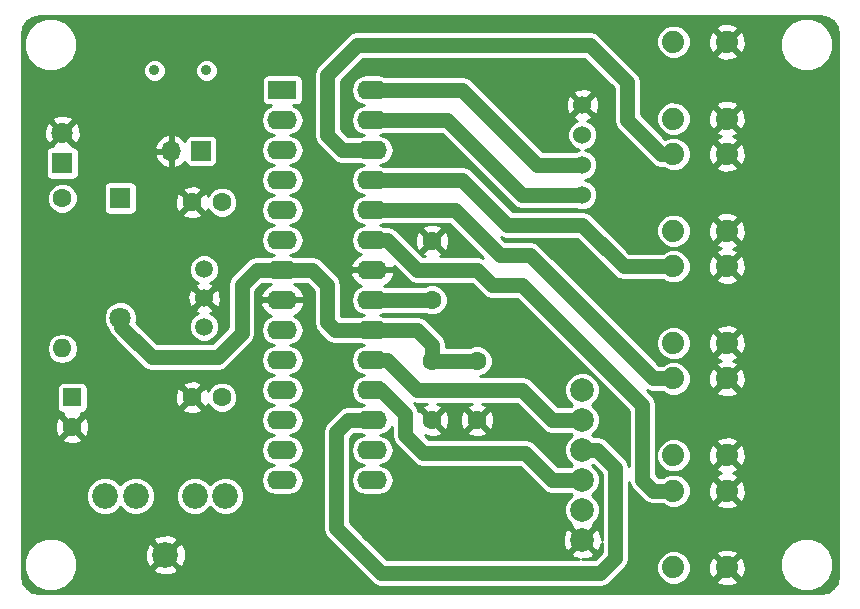
<source format=gbl>
G04 #@! TF.FileFunction,Copper,L2,Bot,Signal*
%FSLAX46Y46*%
G04 Gerber Fmt 4.6, Leading zero omitted, Abs format (unit mm)*
G04 Created by KiCad (PCBNEW 4.0.5) date 07/20/17 14:13:58*
%MOMM*%
%LPD*%
G01*
G04 APERTURE LIST*
%ADD10C,0.100000*%
%ADD11C,1.600000*%
%ADD12R,1.600000X1.600000*%
%ADD13R,1.800000X1.800000*%
%ADD14C,1.800000*%
%ADD15C,1.524000*%
%ADD16R,2.400000X1.600000*%
%ADD17O,2.540000X1.600000*%
%ADD18C,0.909320*%
%ADD19R,1.700000X1.700000*%
%ADD20O,1.700000X1.700000*%
%ADD21C,1.500000*%
%ADD22O,1.600000X1.600000*%
%ADD23C,1.879600*%
%ADD24C,2.000000*%
%ADD25C,2.181860*%
%ADD26C,1.300000*%
%ADD27C,0.254000*%
G04 APERTURE END LIST*
D10*
D11*
X127000000Y-93345000D03*
X129500000Y-93345000D03*
X127000000Y-109855000D03*
X129500000Y-109855000D03*
D12*
X116840000Y-109855000D03*
D11*
X116840000Y-112355000D03*
X147320000Y-111760000D03*
X147320000Y-106760000D03*
X147320000Y-101600000D03*
X147320000Y-96600000D03*
X151130000Y-111760000D03*
X151130000Y-106760000D03*
D13*
X116000000Y-90000000D03*
D14*
X116000000Y-87460000D03*
D15*
X160020000Y-85090000D03*
X160020000Y-87630000D03*
X160020000Y-90170000D03*
X160020000Y-92710000D03*
D16*
X134620000Y-83820000D03*
D17*
X142240000Y-116840000D03*
X134620000Y-86360000D03*
X142240000Y-114300000D03*
X134620000Y-88900000D03*
X142240000Y-111760000D03*
X134620000Y-91440000D03*
X142240000Y-109220000D03*
X134620000Y-93980000D03*
X142240000Y-106680000D03*
X134620000Y-96520000D03*
X142240000Y-104140000D03*
X134620000Y-99060000D03*
X142240000Y-101600000D03*
X134620000Y-101600000D03*
X142240000Y-99060000D03*
X134620000Y-104140000D03*
X142240000Y-96520000D03*
X134620000Y-106680000D03*
X142240000Y-93980000D03*
X134620000Y-109220000D03*
X142240000Y-91440000D03*
X134620000Y-111760000D03*
X142240000Y-88900000D03*
X134620000Y-114300000D03*
X142240000Y-86360000D03*
X134620000Y-116840000D03*
X142240000Y-83820000D03*
D18*
X128199640Y-82170180D03*
X123800360Y-82170180D03*
D19*
X127750000Y-89000000D03*
D20*
X125210000Y-89000000D03*
D21*
X128000000Y-99000000D03*
X128000000Y-103880000D03*
D15*
X128000000Y-101440000D03*
D11*
X116000000Y-93000000D03*
D22*
X116000000Y-105700000D03*
D23*
X172260600Y-117748800D03*
X172260600Y-124251200D03*
X167739400Y-117748800D03*
X167739400Y-124251200D03*
X172260600Y-108248800D03*
X172260600Y-114751200D03*
X167739400Y-108248800D03*
X167739400Y-114751200D03*
X172260600Y-98748800D03*
X172260600Y-105251200D03*
X167739400Y-98748800D03*
X167739400Y-105251200D03*
X172260600Y-89248800D03*
X172260600Y-95751200D03*
X167739400Y-89248800D03*
X167739400Y-95751200D03*
X172260600Y-79748800D03*
X172260600Y-86251200D03*
X167739400Y-79748800D03*
X167739400Y-86251200D03*
D24*
X160020000Y-109220000D03*
X160020000Y-111760000D03*
X160020000Y-114300000D03*
X160020000Y-116840000D03*
X160020000Y-119380000D03*
X160020000Y-121920000D03*
D25*
X119616220Y-118191280D03*
X122214640Y-118191280D03*
X124714000Y-123190000D03*
X129811780Y-118191280D03*
X127213360Y-118191280D03*
D14*
X120904000Y-103124000D03*
D13*
X120904000Y-92964000D03*
D26*
X121000000Y-103160000D02*
X121000000Y-103855000D01*
X121000000Y-103855000D02*
X123571000Y-106426000D01*
X132461000Y-99060000D02*
X134620000Y-99060000D01*
X131191000Y-100330000D02*
X132461000Y-99060000D01*
X131191000Y-104394000D02*
X131191000Y-100330000D01*
X129159000Y-106426000D02*
X131191000Y-104394000D01*
X123571000Y-106426000D02*
X129159000Y-106426000D01*
X147320000Y-106760000D02*
X151130000Y-106760000D01*
X142240000Y-104140000D02*
X146050000Y-104140000D01*
X147320000Y-105410000D02*
X147320000Y-106760000D01*
X146050000Y-104140000D02*
X147320000Y-105410000D01*
X134620000Y-99060000D02*
X137160000Y-99060000D01*
X139065000Y-104140000D02*
X142240000Y-104140000D01*
X138430000Y-103505000D02*
X139065000Y-104140000D01*
X138430000Y-100330000D02*
X138430000Y-103505000D01*
X137160000Y-99060000D02*
X138430000Y-100330000D01*
X147320000Y-101600000D02*
X142240000Y-101600000D01*
X160020000Y-90170000D02*
X156210000Y-90170000D01*
X149860000Y-83820000D02*
X142240000Y-83820000D01*
X156210000Y-90170000D02*
X149860000Y-83820000D01*
X160020000Y-92710000D02*
X154940000Y-92710000D01*
X148590000Y-86360000D02*
X142240000Y-86360000D01*
X154940000Y-92710000D02*
X148590000Y-86360000D01*
X160020000Y-114300000D02*
X161290000Y-114300000D01*
X140208000Y-111760000D02*
X142240000Y-111760000D01*
X139192000Y-112776000D02*
X140208000Y-111760000D01*
X139192000Y-114808000D02*
X139192000Y-112776000D01*
X139192000Y-120904000D02*
X139192000Y-114808000D01*
X143002000Y-124714000D02*
X139192000Y-120904000D01*
X161544000Y-124714000D02*
X143002000Y-124714000D01*
X162814000Y-123444000D02*
X161544000Y-124714000D01*
X162814000Y-115824000D02*
X162814000Y-123444000D01*
X161290000Y-114300000D02*
X162814000Y-115824000D01*
X142240000Y-109220000D02*
X143002000Y-109220000D01*
X143002000Y-109220000D02*
X145034000Y-111252000D01*
X145034000Y-111252000D02*
X145034000Y-113030000D01*
X145034000Y-113030000D02*
X146558000Y-114554000D01*
X146558000Y-114554000D02*
X155194000Y-114554000D01*
X155194000Y-114554000D02*
X157480000Y-116840000D01*
X157480000Y-116840000D02*
X160020000Y-116840000D01*
X142240000Y-106680000D02*
X143510000Y-106680000D01*
X143510000Y-106680000D02*
X146050000Y-109220000D01*
X146050000Y-109220000D02*
X154940000Y-109220000D01*
X154940000Y-109220000D02*
X157480000Y-111760000D01*
X157480000Y-111760000D02*
X160020000Y-111760000D01*
X142240000Y-96520000D02*
X143510000Y-96520000D01*
X143510000Y-96520000D02*
X146050000Y-99060000D01*
X146050000Y-99060000D02*
X151130000Y-99060000D01*
X151130000Y-99060000D02*
X152400000Y-100330000D01*
X152400000Y-100330000D02*
X154940000Y-100330000D01*
X154940000Y-100330000D02*
X165100000Y-110490000D01*
X165100000Y-110490000D02*
X165100000Y-116840000D01*
X165100000Y-116840000D02*
X166008800Y-117748800D01*
X166008800Y-117748800D02*
X167739400Y-117748800D01*
X167739400Y-108248800D02*
X166033800Y-108248800D01*
X149225000Y-93980000D02*
X142240000Y-93980000D01*
X153035000Y-97790000D02*
X149225000Y-93980000D01*
X155575000Y-97790000D02*
X153035000Y-97790000D01*
X166033800Y-108248800D02*
X155575000Y-97790000D01*
X167739400Y-98748800D02*
X163518800Y-98748800D01*
X149860000Y-91440000D02*
X142240000Y-91440000D01*
X153670000Y-95250000D02*
X149860000Y-91440000D01*
X160020000Y-95250000D02*
X153670000Y-95250000D01*
X163518800Y-98748800D02*
X160020000Y-95250000D01*
X167739400Y-89248800D02*
X166718800Y-89248800D01*
X139700000Y-88900000D02*
X142240000Y-88900000D01*
X138430000Y-87630000D02*
X139700000Y-88900000D01*
X138430000Y-82550000D02*
X138430000Y-87630000D01*
X140970000Y-80010000D02*
X138430000Y-82550000D01*
X160655000Y-80010000D02*
X140970000Y-80010000D01*
X163830000Y-83185000D02*
X160655000Y-80010000D01*
X163830000Y-86360000D02*
X163830000Y-83185000D01*
X166718800Y-89248800D02*
X163830000Y-86360000D01*
D27*
G36*
X180787893Y-77701415D02*
X181243894Y-78006106D01*
X181548585Y-78462107D01*
X181667000Y-79057421D01*
X181667000Y-124942579D01*
X181548585Y-125537893D01*
X181243894Y-125993894D01*
X180787893Y-126298585D01*
X180192578Y-126417000D01*
X114057421Y-126417000D01*
X113462107Y-126298585D01*
X113006106Y-125993894D01*
X112701415Y-125537893D01*
X112583000Y-124942578D01*
X112583000Y-124447174D01*
X112741609Y-124447174D01*
X113084644Y-125277383D01*
X113719276Y-125913123D01*
X114548886Y-126257607D01*
X115447174Y-126258391D01*
X116277383Y-125915356D01*
X116913123Y-125280724D01*
X117257607Y-124451114D01*
X117257644Y-124408308D01*
X123675297Y-124408308D01*
X123785091Y-124684598D01*
X124427758Y-124926307D01*
X125114003Y-124903679D01*
X125642909Y-124684598D01*
X125752703Y-124408308D01*
X124714000Y-123369605D01*
X123675297Y-124408308D01*
X117257644Y-124408308D01*
X117258391Y-123552826D01*
X116990202Y-122903758D01*
X122977693Y-122903758D01*
X123000321Y-123590003D01*
X123219402Y-124118909D01*
X123495692Y-124228703D01*
X124534395Y-123190000D01*
X124893605Y-123190000D01*
X125932308Y-124228703D01*
X126208598Y-124118909D01*
X126450307Y-123476242D01*
X126427679Y-122789997D01*
X126208598Y-122261091D01*
X125932308Y-122151297D01*
X124893605Y-123190000D01*
X124534395Y-123190000D01*
X123495692Y-122151297D01*
X123219402Y-122261091D01*
X122977693Y-122903758D01*
X116990202Y-122903758D01*
X116915356Y-122722617D01*
X116280724Y-122086877D01*
X116003328Y-121971692D01*
X123675297Y-121971692D01*
X124714000Y-123010395D01*
X125752703Y-121971692D01*
X125642909Y-121695402D01*
X125000242Y-121453693D01*
X124313997Y-121476321D01*
X123785091Y-121695402D01*
X123675297Y-121971692D01*
X116003328Y-121971692D01*
X115451114Y-121742393D01*
X114552826Y-121741609D01*
X113722617Y-122084644D01*
X113086877Y-122719276D01*
X112742393Y-123548886D01*
X112741609Y-124447174D01*
X112583000Y-124447174D01*
X112583000Y-118507932D01*
X118017013Y-118507932D01*
X118259923Y-119095818D01*
X118709316Y-119545997D01*
X119296778Y-119789932D01*
X119932872Y-119790487D01*
X120520758Y-119547577D01*
X120915725Y-119153300D01*
X121307736Y-119545997D01*
X121895198Y-119789932D01*
X122531292Y-119790487D01*
X123119178Y-119547577D01*
X123569357Y-119098184D01*
X123813292Y-118510722D01*
X123813294Y-118507932D01*
X125614153Y-118507932D01*
X125857063Y-119095818D01*
X126306456Y-119545997D01*
X126893918Y-119789932D01*
X127530012Y-119790487D01*
X128117898Y-119547577D01*
X128512865Y-119153300D01*
X128904876Y-119545997D01*
X129492338Y-119789932D01*
X130128432Y-119790487D01*
X130716318Y-119547577D01*
X131166497Y-119098184D01*
X131410432Y-118510722D01*
X131410987Y-117874628D01*
X131168077Y-117286742D01*
X130718684Y-116836563D01*
X130131222Y-116592628D01*
X129495128Y-116592073D01*
X128907242Y-116834983D01*
X128512275Y-117229260D01*
X128120264Y-116836563D01*
X127532802Y-116592628D01*
X126896708Y-116592073D01*
X126308822Y-116834983D01*
X125858643Y-117284376D01*
X125614708Y-117871838D01*
X125614153Y-118507932D01*
X123813294Y-118507932D01*
X123813847Y-117874628D01*
X123570937Y-117286742D01*
X123121544Y-116836563D01*
X122534082Y-116592628D01*
X121897988Y-116592073D01*
X121310102Y-116834983D01*
X120915135Y-117229260D01*
X120523124Y-116836563D01*
X119935662Y-116592628D01*
X119299568Y-116592073D01*
X118711682Y-116834983D01*
X118261503Y-117284376D01*
X118017568Y-117871838D01*
X118017013Y-118507932D01*
X112583000Y-118507932D01*
X112583000Y-113362745D01*
X116011861Y-113362745D01*
X116085995Y-113608864D01*
X116623223Y-113801965D01*
X117193454Y-113774778D01*
X117594005Y-113608864D01*
X117668139Y-113362745D01*
X116840000Y-112534605D01*
X116011861Y-113362745D01*
X112583000Y-113362745D01*
X112583000Y-112138223D01*
X115393035Y-112138223D01*
X115420222Y-112708454D01*
X115586136Y-113109005D01*
X115832255Y-113183139D01*
X116660395Y-112355000D01*
X117019605Y-112355000D01*
X117847745Y-113183139D01*
X118093864Y-113109005D01*
X118286965Y-112571777D01*
X118259778Y-112001546D01*
X118093864Y-111600995D01*
X117847745Y-111526861D01*
X117019605Y-112355000D01*
X116660395Y-112355000D01*
X115832255Y-111526861D01*
X115586136Y-111600995D01*
X115393035Y-112138223D01*
X112583000Y-112138223D01*
X112583000Y-109055000D01*
X115522048Y-109055000D01*
X115522048Y-110655000D01*
X115557470Y-110843253D01*
X115668728Y-111016153D01*
X115838488Y-111132145D01*
X116040000Y-111172952D01*
X116064363Y-111172952D01*
X116011861Y-111347255D01*
X116840000Y-112175395D01*
X117668139Y-111347255D01*
X117615637Y-111172952D01*
X117640000Y-111172952D01*
X117828253Y-111137530D01*
X118001153Y-111026272D01*
X118112886Y-110862745D01*
X126171861Y-110862745D01*
X126245995Y-111108864D01*
X126783223Y-111301965D01*
X127353454Y-111274778D01*
X127754005Y-111108864D01*
X127828139Y-110862745D01*
X127000000Y-110034605D01*
X126171861Y-110862745D01*
X118112886Y-110862745D01*
X118117145Y-110856512D01*
X118157952Y-110655000D01*
X118157952Y-109638223D01*
X125553035Y-109638223D01*
X125580222Y-110208454D01*
X125746136Y-110609005D01*
X125992255Y-110683139D01*
X126820395Y-109855000D01*
X127179605Y-109855000D01*
X128007745Y-110683139D01*
X128253864Y-110609005D01*
X128320123Y-110424665D01*
X128390485Y-110594954D01*
X128758110Y-110963222D01*
X129238681Y-111162772D01*
X129759036Y-111163226D01*
X130239954Y-110964515D01*
X130608222Y-110596890D01*
X130807772Y-110116319D01*
X130808226Y-109595964D01*
X130609515Y-109115046D01*
X130241890Y-108746778D01*
X129761319Y-108547228D01*
X129240964Y-108546774D01*
X128760046Y-108745485D01*
X128391778Y-109113110D01*
X128325248Y-109273332D01*
X128253864Y-109100995D01*
X128007745Y-109026861D01*
X127179605Y-109855000D01*
X126820395Y-109855000D01*
X125992255Y-109026861D01*
X125746136Y-109100995D01*
X125553035Y-109638223D01*
X118157952Y-109638223D01*
X118157952Y-109055000D01*
X118122530Y-108866747D01*
X118109988Y-108847255D01*
X126171861Y-108847255D01*
X127000000Y-109675395D01*
X127828139Y-108847255D01*
X127754005Y-108601136D01*
X127216777Y-108408035D01*
X126646546Y-108435222D01*
X126245995Y-108601136D01*
X126171861Y-108847255D01*
X118109988Y-108847255D01*
X118011272Y-108693847D01*
X117841512Y-108577855D01*
X117640000Y-108537048D01*
X116040000Y-108537048D01*
X115851747Y-108572470D01*
X115678847Y-108683728D01*
X115562855Y-108853488D01*
X115522048Y-109055000D01*
X112583000Y-109055000D01*
X112583000Y-105674375D01*
X114692000Y-105674375D01*
X114692000Y-105725625D01*
X114791566Y-106226175D01*
X115075104Y-106650521D01*
X115499450Y-106934059D01*
X116000000Y-107033625D01*
X116500550Y-106934059D01*
X116924896Y-106650521D01*
X117208434Y-106226175D01*
X117308000Y-105725625D01*
X117308000Y-105674375D01*
X117208434Y-105173825D01*
X116924896Y-104749479D01*
X116500550Y-104465941D01*
X116000000Y-104366375D01*
X115499450Y-104465941D01*
X115075104Y-104749479D01*
X114791566Y-105173825D01*
X114692000Y-105674375D01*
X112583000Y-105674375D01*
X112583000Y-103402840D01*
X119495756Y-103402840D01*
X119709660Y-103920526D01*
X119891210Y-104102393D01*
X119930148Y-104298147D01*
X120181170Y-104673830D01*
X122752170Y-107244830D01*
X123127853Y-107495852D01*
X123571000Y-107584000D01*
X129159000Y-107584000D01*
X129602147Y-107495852D01*
X129977830Y-107244830D01*
X132009830Y-105212830D01*
X132260852Y-104837147D01*
X132349001Y-104394000D01*
X132349000Y-104393995D01*
X132349000Y-101949039D01*
X132758096Y-101949039D01*
X132775633Y-102031819D01*
X133045500Y-102524896D01*
X133483517Y-102877166D01*
X133647263Y-102925072D01*
X133614617Y-102931566D01*
X133190271Y-103215104D01*
X132906733Y-103639450D01*
X132807167Y-104140000D01*
X132906733Y-104640550D01*
X133190271Y-105064896D01*
X133614617Y-105348434D01*
X133924129Y-105410000D01*
X133614617Y-105471566D01*
X133190271Y-105755104D01*
X132906733Y-106179450D01*
X132807167Y-106680000D01*
X132906733Y-107180550D01*
X133190271Y-107604896D01*
X133614617Y-107888434D01*
X133924129Y-107950000D01*
X133614617Y-108011566D01*
X133190271Y-108295104D01*
X132906733Y-108719450D01*
X132807167Y-109220000D01*
X132906733Y-109720550D01*
X133190271Y-110144896D01*
X133614617Y-110428434D01*
X133924129Y-110490000D01*
X133614617Y-110551566D01*
X133190271Y-110835104D01*
X132906733Y-111259450D01*
X132807167Y-111760000D01*
X132906733Y-112260550D01*
X133190271Y-112684896D01*
X133614617Y-112968434D01*
X133924129Y-113030000D01*
X133614617Y-113091566D01*
X133190271Y-113375104D01*
X132906733Y-113799450D01*
X132807167Y-114300000D01*
X132906733Y-114800550D01*
X133190271Y-115224896D01*
X133614617Y-115508434D01*
X133924129Y-115570000D01*
X133614617Y-115631566D01*
X133190271Y-115915104D01*
X132906733Y-116339450D01*
X132807167Y-116840000D01*
X132906733Y-117340550D01*
X133190271Y-117764896D01*
X133614617Y-118048434D01*
X134115167Y-118148000D01*
X135124833Y-118148000D01*
X135625383Y-118048434D01*
X136049729Y-117764896D01*
X136333267Y-117340550D01*
X136432833Y-116840000D01*
X136333267Y-116339450D01*
X136049729Y-115915104D01*
X135625383Y-115631566D01*
X135315871Y-115570000D01*
X135625383Y-115508434D01*
X136049729Y-115224896D01*
X136333267Y-114800550D01*
X136432833Y-114300000D01*
X136333267Y-113799450D01*
X136049729Y-113375104D01*
X135625383Y-113091566D01*
X135315871Y-113030000D01*
X135625383Y-112968434D01*
X136049729Y-112684896D01*
X136333267Y-112260550D01*
X136432833Y-111760000D01*
X136333267Y-111259450D01*
X136049729Y-110835104D01*
X135625383Y-110551566D01*
X135315871Y-110490000D01*
X135625383Y-110428434D01*
X136049729Y-110144896D01*
X136333267Y-109720550D01*
X136432833Y-109220000D01*
X136333267Y-108719450D01*
X136049729Y-108295104D01*
X135625383Y-108011566D01*
X135315871Y-107950000D01*
X135625383Y-107888434D01*
X136049729Y-107604896D01*
X136333267Y-107180550D01*
X136432833Y-106680000D01*
X136333267Y-106179450D01*
X136049729Y-105755104D01*
X135625383Y-105471566D01*
X135315871Y-105410000D01*
X135625383Y-105348434D01*
X136049729Y-105064896D01*
X136333267Y-104640550D01*
X136432833Y-104140000D01*
X136333267Y-103639450D01*
X136049729Y-103215104D01*
X135625383Y-102931566D01*
X135592737Y-102925072D01*
X135756483Y-102877166D01*
X136194500Y-102524896D01*
X136464367Y-102031819D01*
X136481904Y-101949039D01*
X136359915Y-101727000D01*
X134747000Y-101727000D01*
X134747000Y-101747000D01*
X134493000Y-101747000D01*
X134493000Y-101727000D01*
X132880085Y-101727000D01*
X132758096Y-101949039D01*
X132349000Y-101949039D01*
X132349000Y-100809660D01*
X132940659Y-100218000D01*
X133539137Y-100218000D01*
X133614617Y-100268434D01*
X133647263Y-100274928D01*
X133483517Y-100322834D01*
X133045500Y-100675104D01*
X132775633Y-101168181D01*
X132758096Y-101250961D01*
X132880085Y-101473000D01*
X134493000Y-101473000D01*
X134493000Y-101453000D01*
X134747000Y-101453000D01*
X134747000Y-101473000D01*
X136359915Y-101473000D01*
X136481904Y-101250961D01*
X136464367Y-101168181D01*
X136194500Y-100675104D01*
X135756483Y-100322834D01*
X135592737Y-100274928D01*
X135625383Y-100268434D01*
X135700863Y-100218000D01*
X136680340Y-100218000D01*
X137272000Y-100809659D01*
X137272000Y-103505000D01*
X137360148Y-103948147D01*
X137611170Y-104323830D01*
X138246168Y-104958827D01*
X138246170Y-104958830D01*
X138621853Y-105209852D01*
X139065000Y-105298001D01*
X139065005Y-105298000D01*
X141159137Y-105298000D01*
X141234617Y-105348434D01*
X141544129Y-105410000D01*
X141234617Y-105471566D01*
X140810271Y-105755104D01*
X140526733Y-106179450D01*
X140427167Y-106680000D01*
X140526733Y-107180550D01*
X140810271Y-107604896D01*
X141234617Y-107888434D01*
X141544129Y-107950000D01*
X141234617Y-108011566D01*
X140810271Y-108295104D01*
X140526733Y-108719450D01*
X140427167Y-109220000D01*
X140526733Y-109720550D01*
X140810271Y-110144896D01*
X141234617Y-110428434D01*
X141544129Y-110490000D01*
X141234617Y-110551566D01*
X141159137Y-110602000D01*
X140208005Y-110602000D01*
X140208000Y-110601999D01*
X139764853Y-110690148D01*
X139389170Y-110941170D01*
X138373170Y-111957170D01*
X138122148Y-112332853D01*
X138034000Y-112776000D01*
X138034000Y-120904000D01*
X138122148Y-121347147D01*
X138373170Y-121722830D01*
X142183168Y-125532827D01*
X142183170Y-125532830D01*
X142432238Y-125699251D01*
X142558853Y-125783852D01*
X143002000Y-125872001D01*
X143002005Y-125872000D01*
X161544000Y-125872000D01*
X161987147Y-125783852D01*
X162362830Y-125532830D01*
X163357737Y-124537922D01*
X166291349Y-124537922D01*
X166511299Y-125070241D01*
X166918216Y-125477869D01*
X167450151Y-125698748D01*
X168026122Y-125699251D01*
X168558441Y-125479301D01*
X168677782Y-125360168D01*
X171331237Y-125360168D01*
X171422523Y-125620780D01*
X172010433Y-125837245D01*
X172636428Y-125812249D01*
X173098677Y-125620780D01*
X173189963Y-125360168D01*
X172260600Y-124430805D01*
X171331237Y-125360168D01*
X168677782Y-125360168D01*
X168966069Y-125072384D01*
X169186948Y-124540449D01*
X169187419Y-124001033D01*
X170674555Y-124001033D01*
X170699551Y-124627028D01*
X170891020Y-125089277D01*
X171151632Y-125180563D01*
X172080995Y-124251200D01*
X172440205Y-124251200D01*
X173369568Y-125180563D01*
X173630180Y-125089277D01*
X173846645Y-124501367D01*
X173844482Y-124447174D01*
X176741609Y-124447174D01*
X177084644Y-125277383D01*
X177719276Y-125913123D01*
X178548886Y-126257607D01*
X179447174Y-126258391D01*
X180277383Y-125915356D01*
X180913123Y-125280724D01*
X181257607Y-124451114D01*
X181258391Y-123552826D01*
X180915356Y-122722617D01*
X180280724Y-122086877D01*
X179451114Y-121742393D01*
X178552826Y-121741609D01*
X177722617Y-122084644D01*
X177086877Y-122719276D01*
X176742393Y-123548886D01*
X176741609Y-124447174D01*
X173844482Y-124447174D01*
X173821649Y-123875372D01*
X173630180Y-123413123D01*
X173369568Y-123321837D01*
X172440205Y-124251200D01*
X172080995Y-124251200D01*
X171151632Y-123321837D01*
X170891020Y-123413123D01*
X170674555Y-124001033D01*
X169187419Y-124001033D01*
X169187451Y-123964478D01*
X168967501Y-123432159D01*
X168678080Y-123142232D01*
X171331237Y-123142232D01*
X172260600Y-124071595D01*
X173189963Y-123142232D01*
X173098677Y-122881620D01*
X172510767Y-122665155D01*
X171884772Y-122690151D01*
X171422523Y-122881620D01*
X171331237Y-123142232D01*
X168678080Y-123142232D01*
X168560584Y-123024531D01*
X168028649Y-122803652D01*
X167452678Y-122803149D01*
X166920359Y-123023099D01*
X166512731Y-123430016D01*
X166291852Y-123961951D01*
X166291349Y-124537922D01*
X163357737Y-124537922D01*
X163632827Y-124262832D01*
X163632830Y-124262830D01*
X163807756Y-124001033D01*
X163883852Y-123887148D01*
X163972000Y-123444000D01*
X163972000Y-116990819D01*
X164030148Y-117283147D01*
X164281170Y-117658830D01*
X165189968Y-118567627D01*
X165189970Y-118567630D01*
X165415175Y-118718107D01*
X165565652Y-118818652D01*
X166008800Y-118906800D01*
X166849667Y-118906800D01*
X166918216Y-118975469D01*
X167450151Y-119196348D01*
X168026122Y-119196851D01*
X168558441Y-118976901D01*
X168677782Y-118857768D01*
X171331237Y-118857768D01*
X171422523Y-119118380D01*
X172010433Y-119334845D01*
X172636428Y-119309849D01*
X173098677Y-119118380D01*
X173189963Y-118857768D01*
X172260600Y-117928405D01*
X171331237Y-118857768D01*
X168677782Y-118857768D01*
X168966069Y-118569984D01*
X169186948Y-118038049D01*
X169187419Y-117498633D01*
X170674555Y-117498633D01*
X170699551Y-118124628D01*
X170891020Y-118586877D01*
X171151632Y-118678163D01*
X172080995Y-117748800D01*
X172440205Y-117748800D01*
X173369568Y-118678163D01*
X173630180Y-118586877D01*
X173846645Y-117998967D01*
X173821649Y-117372972D01*
X173630180Y-116910723D01*
X173369568Y-116819437D01*
X172440205Y-117748800D01*
X172080995Y-117748800D01*
X171151632Y-116819437D01*
X170891020Y-116910723D01*
X170674555Y-117498633D01*
X169187419Y-117498633D01*
X169187451Y-117462078D01*
X168967501Y-116929759D01*
X168560584Y-116522131D01*
X168028649Y-116301252D01*
X167452678Y-116300749D01*
X166920359Y-116520699D01*
X166850136Y-116590800D01*
X166488459Y-116590800D01*
X166258000Y-116360340D01*
X166258000Y-115037922D01*
X166291349Y-115037922D01*
X166511299Y-115570241D01*
X166918216Y-115977869D01*
X167450151Y-116198748D01*
X168026122Y-116199251D01*
X168558441Y-115979301D01*
X168677782Y-115860168D01*
X171331237Y-115860168D01*
X171422523Y-116120780D01*
X171752837Y-116242400D01*
X171422523Y-116379220D01*
X171331237Y-116639832D01*
X172260600Y-117569195D01*
X173189963Y-116639832D01*
X173098677Y-116379220D01*
X172768363Y-116257600D01*
X173098677Y-116120780D01*
X173189963Y-115860168D01*
X172260600Y-114930805D01*
X171331237Y-115860168D01*
X168677782Y-115860168D01*
X168966069Y-115572384D01*
X169186948Y-115040449D01*
X169187419Y-114501033D01*
X170674555Y-114501033D01*
X170699551Y-115127028D01*
X170891020Y-115589277D01*
X171151632Y-115680563D01*
X172080995Y-114751200D01*
X172440205Y-114751200D01*
X173369568Y-115680563D01*
X173630180Y-115589277D01*
X173846645Y-115001367D01*
X173821649Y-114375372D01*
X173630180Y-113913123D01*
X173369568Y-113821837D01*
X172440205Y-114751200D01*
X172080995Y-114751200D01*
X171151632Y-113821837D01*
X170891020Y-113913123D01*
X170674555Y-114501033D01*
X169187419Y-114501033D01*
X169187451Y-114464478D01*
X168967501Y-113932159D01*
X168678080Y-113642232D01*
X171331237Y-113642232D01*
X172260600Y-114571595D01*
X173189963Y-113642232D01*
X173098677Y-113381620D01*
X172510767Y-113165155D01*
X171884772Y-113190151D01*
X171422523Y-113381620D01*
X171331237Y-113642232D01*
X168678080Y-113642232D01*
X168560584Y-113524531D01*
X168028649Y-113303652D01*
X167452678Y-113303149D01*
X166920359Y-113523099D01*
X166512731Y-113930016D01*
X166291852Y-114461951D01*
X166291349Y-115037922D01*
X166258000Y-115037922D01*
X166258000Y-110490005D01*
X166258001Y-110490000D01*
X166169852Y-110046853D01*
X165918830Y-109671170D01*
X165517298Y-109269638D01*
X165590653Y-109318652D01*
X166033800Y-109406801D01*
X166033805Y-109406800D01*
X166849667Y-109406800D01*
X166918216Y-109475469D01*
X167450151Y-109696348D01*
X168026122Y-109696851D01*
X168558441Y-109476901D01*
X168677782Y-109357768D01*
X171331237Y-109357768D01*
X171422523Y-109618380D01*
X172010433Y-109834845D01*
X172636428Y-109809849D01*
X173098677Y-109618380D01*
X173189963Y-109357768D01*
X172260600Y-108428405D01*
X171331237Y-109357768D01*
X168677782Y-109357768D01*
X168966069Y-109069984D01*
X169186948Y-108538049D01*
X169187419Y-107998633D01*
X170674555Y-107998633D01*
X170699551Y-108624628D01*
X170891020Y-109086877D01*
X171151632Y-109178163D01*
X172080995Y-108248800D01*
X172440205Y-108248800D01*
X173369568Y-109178163D01*
X173630180Y-109086877D01*
X173846645Y-108498967D01*
X173821649Y-107872972D01*
X173630180Y-107410723D01*
X173369568Y-107319437D01*
X172440205Y-108248800D01*
X172080995Y-108248800D01*
X171151632Y-107319437D01*
X170891020Y-107410723D01*
X170674555Y-107998633D01*
X169187419Y-107998633D01*
X169187451Y-107962078D01*
X168967501Y-107429759D01*
X168560584Y-107022131D01*
X168028649Y-106801252D01*
X167452678Y-106800749D01*
X166920359Y-107020699D01*
X166850136Y-107090800D01*
X166513460Y-107090800D01*
X164960582Y-105537922D01*
X166291349Y-105537922D01*
X166511299Y-106070241D01*
X166918216Y-106477869D01*
X167450151Y-106698748D01*
X168026122Y-106699251D01*
X168558441Y-106479301D01*
X168677782Y-106360168D01*
X171331237Y-106360168D01*
X171422523Y-106620780D01*
X171752837Y-106742400D01*
X171422523Y-106879220D01*
X171331237Y-107139832D01*
X172260600Y-108069195D01*
X173189963Y-107139832D01*
X173098677Y-106879220D01*
X172768363Y-106757600D01*
X173098677Y-106620780D01*
X173189963Y-106360168D01*
X172260600Y-105430805D01*
X171331237Y-106360168D01*
X168677782Y-106360168D01*
X168966069Y-106072384D01*
X169186948Y-105540449D01*
X169187419Y-105001033D01*
X170674555Y-105001033D01*
X170699551Y-105627028D01*
X170891020Y-106089277D01*
X171151632Y-106180563D01*
X172080995Y-105251200D01*
X172440205Y-105251200D01*
X173369568Y-106180563D01*
X173630180Y-106089277D01*
X173846645Y-105501367D01*
X173821649Y-104875372D01*
X173630180Y-104413123D01*
X173369568Y-104321837D01*
X172440205Y-105251200D01*
X172080995Y-105251200D01*
X171151632Y-104321837D01*
X170891020Y-104413123D01*
X170674555Y-105001033D01*
X169187419Y-105001033D01*
X169187451Y-104964478D01*
X168967501Y-104432159D01*
X168678080Y-104142232D01*
X171331237Y-104142232D01*
X172260600Y-105071595D01*
X173189963Y-104142232D01*
X173098677Y-103881620D01*
X172510767Y-103665155D01*
X171884772Y-103690151D01*
X171422523Y-103881620D01*
X171331237Y-104142232D01*
X168678080Y-104142232D01*
X168560584Y-104024531D01*
X168028649Y-103803652D01*
X167452678Y-103803149D01*
X166920359Y-104023099D01*
X166512731Y-104430016D01*
X166291852Y-104961951D01*
X166291349Y-105537922D01*
X164960582Y-105537922D01*
X156393830Y-96971170D01*
X156018147Y-96720148D01*
X155575000Y-96632000D01*
X153514659Y-96632000D01*
X153153496Y-96270836D01*
X153226853Y-96319852D01*
X153670000Y-96408001D01*
X153670005Y-96408000D01*
X159540340Y-96408000D01*
X162699968Y-99567627D01*
X162699970Y-99567630D01*
X162915541Y-99711669D01*
X163075652Y-99818652D01*
X163518800Y-99906800D01*
X166849667Y-99906800D01*
X166918216Y-99975469D01*
X167450151Y-100196348D01*
X168026122Y-100196851D01*
X168558441Y-99976901D01*
X168677782Y-99857768D01*
X171331237Y-99857768D01*
X171422523Y-100118380D01*
X172010433Y-100334845D01*
X172636428Y-100309849D01*
X173098677Y-100118380D01*
X173189963Y-99857768D01*
X172260600Y-98928405D01*
X171331237Y-99857768D01*
X168677782Y-99857768D01*
X168966069Y-99569984D01*
X169186948Y-99038049D01*
X169187419Y-98498633D01*
X170674555Y-98498633D01*
X170699551Y-99124628D01*
X170891020Y-99586877D01*
X171151632Y-99678163D01*
X172080995Y-98748800D01*
X172440205Y-98748800D01*
X173369568Y-99678163D01*
X173630180Y-99586877D01*
X173846645Y-98998967D01*
X173821649Y-98372972D01*
X173630180Y-97910723D01*
X173369568Y-97819437D01*
X172440205Y-98748800D01*
X172080995Y-98748800D01*
X171151632Y-97819437D01*
X170891020Y-97910723D01*
X170674555Y-98498633D01*
X169187419Y-98498633D01*
X169187451Y-98462078D01*
X168967501Y-97929759D01*
X168560584Y-97522131D01*
X168028649Y-97301252D01*
X167452678Y-97300749D01*
X166920359Y-97520699D01*
X166850136Y-97590800D01*
X163998459Y-97590800D01*
X162445582Y-96037922D01*
X166291349Y-96037922D01*
X166511299Y-96570241D01*
X166918216Y-96977869D01*
X167450151Y-97198748D01*
X168026122Y-97199251D01*
X168558441Y-96979301D01*
X168677782Y-96860168D01*
X171331237Y-96860168D01*
X171422523Y-97120780D01*
X171752837Y-97242400D01*
X171422523Y-97379220D01*
X171331237Y-97639832D01*
X172260600Y-98569195D01*
X173189963Y-97639832D01*
X173098677Y-97379220D01*
X172768363Y-97257600D01*
X173098677Y-97120780D01*
X173189963Y-96860168D01*
X172260600Y-95930805D01*
X171331237Y-96860168D01*
X168677782Y-96860168D01*
X168966069Y-96572384D01*
X169186948Y-96040449D01*
X169187419Y-95501033D01*
X170674555Y-95501033D01*
X170699551Y-96127028D01*
X170891020Y-96589277D01*
X171151632Y-96680563D01*
X172080995Y-95751200D01*
X172440205Y-95751200D01*
X173369568Y-96680563D01*
X173630180Y-96589277D01*
X173846645Y-96001367D01*
X173821649Y-95375372D01*
X173630180Y-94913123D01*
X173369568Y-94821837D01*
X172440205Y-95751200D01*
X172080995Y-95751200D01*
X171151632Y-94821837D01*
X170891020Y-94913123D01*
X170674555Y-95501033D01*
X169187419Y-95501033D01*
X169187451Y-95464478D01*
X168967501Y-94932159D01*
X168678080Y-94642232D01*
X171331237Y-94642232D01*
X172260600Y-95571595D01*
X173189963Y-94642232D01*
X173098677Y-94381620D01*
X172510767Y-94165155D01*
X171884772Y-94190151D01*
X171422523Y-94381620D01*
X171331237Y-94642232D01*
X168678080Y-94642232D01*
X168560584Y-94524531D01*
X168028649Y-94303652D01*
X167452678Y-94303149D01*
X166920359Y-94523099D01*
X166512731Y-94930016D01*
X166291852Y-95461951D01*
X166291349Y-96037922D01*
X162445582Y-96037922D01*
X160838830Y-94431170D01*
X160463147Y-94180148D01*
X160020000Y-94092000D01*
X154149659Y-94092000D01*
X150678830Y-90621170D01*
X150303147Y-90370148D01*
X149860000Y-90282000D01*
X143320863Y-90282000D01*
X143245383Y-90231566D01*
X142935871Y-90170000D01*
X143245383Y-90108434D01*
X143669729Y-89824896D01*
X143953267Y-89400550D01*
X144052833Y-88900000D01*
X143953267Y-88399450D01*
X143669729Y-87975104D01*
X143245383Y-87691566D01*
X142935871Y-87630000D01*
X143245383Y-87568434D01*
X143320863Y-87518000D01*
X148110340Y-87518000D01*
X154121170Y-93528830D01*
X154496853Y-93779852D01*
X154940000Y-93868000D01*
X159497079Y-93868000D01*
X159766273Y-93979779D01*
X160271510Y-93980220D01*
X160738458Y-93787282D01*
X161096026Y-93430337D01*
X161289779Y-92963727D01*
X161290220Y-92458490D01*
X161097282Y-91991542D01*
X160740337Y-91633974D01*
X160273727Y-91440221D01*
X160271512Y-91440219D01*
X160738458Y-91247282D01*
X161096026Y-90890337D01*
X161289779Y-90423727D01*
X161290220Y-89918490D01*
X161097282Y-89451542D01*
X160740337Y-89093974D01*
X160273727Y-88900221D01*
X160271512Y-88900219D01*
X160738458Y-88707282D01*
X161096026Y-88350337D01*
X161289779Y-87883727D01*
X161290220Y-87378490D01*
X161097282Y-86911542D01*
X160740337Y-86553974D01*
X160454484Y-86435278D01*
X160751143Y-86312397D01*
X160820608Y-86070213D01*
X160020000Y-85269605D01*
X159219392Y-86070213D01*
X159288857Y-86312397D01*
X159607788Y-86426180D01*
X159301542Y-86552718D01*
X158943974Y-86909663D01*
X158750221Y-87376273D01*
X158749780Y-87881510D01*
X158942718Y-88348458D01*
X159299663Y-88706026D01*
X159766273Y-88899779D01*
X159768488Y-88899781D01*
X159496895Y-89012000D01*
X156689660Y-89012000D01*
X152559962Y-84882302D01*
X158610856Y-84882302D01*
X158638638Y-85437368D01*
X158797603Y-85821143D01*
X159039787Y-85890608D01*
X159840395Y-85090000D01*
X160199605Y-85090000D01*
X161000213Y-85890608D01*
X161242397Y-85821143D01*
X161429144Y-85297698D01*
X161401362Y-84742632D01*
X161242397Y-84358857D01*
X161000213Y-84289392D01*
X160199605Y-85090000D01*
X159840395Y-85090000D01*
X159039787Y-84289392D01*
X158797603Y-84358857D01*
X158610856Y-84882302D01*
X152559962Y-84882302D01*
X151787447Y-84109787D01*
X159219392Y-84109787D01*
X160020000Y-84910395D01*
X160820608Y-84109787D01*
X160751143Y-83867603D01*
X160227698Y-83680856D01*
X159672632Y-83708638D01*
X159288857Y-83867603D01*
X159219392Y-84109787D01*
X151787447Y-84109787D01*
X150678830Y-83001170D01*
X150303147Y-82750148D01*
X149860000Y-82662000D01*
X143320863Y-82662000D01*
X143245383Y-82611566D01*
X142744833Y-82512000D01*
X141735167Y-82512000D01*
X141234617Y-82611566D01*
X140810271Y-82895104D01*
X140526733Y-83319450D01*
X140427167Y-83820000D01*
X140526733Y-84320550D01*
X140810271Y-84744896D01*
X141234617Y-85028434D01*
X141544129Y-85090000D01*
X141234617Y-85151566D01*
X140810271Y-85435104D01*
X140526733Y-85859450D01*
X140427167Y-86360000D01*
X140526733Y-86860550D01*
X140810271Y-87284896D01*
X141234617Y-87568434D01*
X141544129Y-87630000D01*
X141234617Y-87691566D01*
X141159137Y-87742000D01*
X140179659Y-87742000D01*
X139588000Y-87150340D01*
X139588000Y-83029660D01*
X141449659Y-81168000D01*
X160175340Y-81168000D01*
X162672000Y-83664660D01*
X162672000Y-86360000D01*
X162760148Y-86803147D01*
X163011170Y-87178830D01*
X165899970Y-90067630D01*
X166275653Y-90318652D01*
X166718800Y-90406800D01*
X166849667Y-90406800D01*
X166918216Y-90475469D01*
X167450151Y-90696348D01*
X168026122Y-90696851D01*
X168558441Y-90476901D01*
X168677782Y-90357768D01*
X171331237Y-90357768D01*
X171422523Y-90618380D01*
X172010433Y-90834845D01*
X172636428Y-90809849D01*
X173098677Y-90618380D01*
X173189963Y-90357768D01*
X172260600Y-89428405D01*
X171331237Y-90357768D01*
X168677782Y-90357768D01*
X168966069Y-90069984D01*
X169186948Y-89538049D01*
X169187419Y-88998633D01*
X170674555Y-88998633D01*
X170699551Y-89624628D01*
X170891020Y-90086877D01*
X171151632Y-90178163D01*
X172080995Y-89248800D01*
X172440205Y-89248800D01*
X173369568Y-90178163D01*
X173630180Y-90086877D01*
X173846645Y-89498967D01*
X173821649Y-88872972D01*
X173630180Y-88410723D01*
X173369568Y-88319437D01*
X172440205Y-89248800D01*
X172080995Y-89248800D01*
X171151632Y-88319437D01*
X170891020Y-88410723D01*
X170674555Y-88998633D01*
X169187419Y-88998633D01*
X169187451Y-88962078D01*
X168967501Y-88429759D01*
X168560584Y-88022131D01*
X168028649Y-87801252D01*
X167452678Y-87800749D01*
X167067544Y-87959884D01*
X165645582Y-86537922D01*
X166291349Y-86537922D01*
X166511299Y-87070241D01*
X166918216Y-87477869D01*
X167450151Y-87698748D01*
X168026122Y-87699251D01*
X168558441Y-87479301D01*
X168677782Y-87360168D01*
X171331237Y-87360168D01*
X171422523Y-87620780D01*
X171752837Y-87742400D01*
X171422523Y-87879220D01*
X171331237Y-88139832D01*
X172260600Y-89069195D01*
X173189963Y-88139832D01*
X173098677Y-87879220D01*
X172768363Y-87757600D01*
X173098677Y-87620780D01*
X173189963Y-87360168D01*
X172260600Y-86430805D01*
X171331237Y-87360168D01*
X168677782Y-87360168D01*
X168966069Y-87072384D01*
X169186948Y-86540449D01*
X169187419Y-86001033D01*
X170674555Y-86001033D01*
X170699551Y-86627028D01*
X170891020Y-87089277D01*
X171151632Y-87180563D01*
X172080995Y-86251200D01*
X172440205Y-86251200D01*
X173369568Y-87180563D01*
X173630180Y-87089277D01*
X173846645Y-86501367D01*
X173821649Y-85875372D01*
X173630180Y-85413123D01*
X173369568Y-85321837D01*
X172440205Y-86251200D01*
X172080995Y-86251200D01*
X171151632Y-85321837D01*
X170891020Y-85413123D01*
X170674555Y-86001033D01*
X169187419Y-86001033D01*
X169187451Y-85964478D01*
X168967501Y-85432159D01*
X168678080Y-85142232D01*
X171331237Y-85142232D01*
X172260600Y-86071595D01*
X173189963Y-85142232D01*
X173098677Y-84881620D01*
X172510767Y-84665155D01*
X171884772Y-84690151D01*
X171422523Y-84881620D01*
X171331237Y-85142232D01*
X168678080Y-85142232D01*
X168560584Y-85024531D01*
X168028649Y-84803652D01*
X167452678Y-84803149D01*
X166920359Y-85023099D01*
X166512731Y-85430016D01*
X166291852Y-85961951D01*
X166291349Y-86537922D01*
X165645582Y-86537922D01*
X164988000Y-85880340D01*
X164988000Y-83185000D01*
X164899852Y-82741853D01*
X164648830Y-82366170D01*
X162318182Y-80035522D01*
X166291349Y-80035522D01*
X166511299Y-80567841D01*
X166918216Y-80975469D01*
X167450151Y-81196348D01*
X168026122Y-81196851D01*
X168558441Y-80976901D01*
X168677782Y-80857768D01*
X171331237Y-80857768D01*
X171422523Y-81118380D01*
X172010433Y-81334845D01*
X172636428Y-81309849D01*
X173098677Y-81118380D01*
X173189963Y-80857768D01*
X172260600Y-79928405D01*
X171331237Y-80857768D01*
X168677782Y-80857768D01*
X168966069Y-80569984D01*
X169186948Y-80038049D01*
X169187419Y-79498633D01*
X170674555Y-79498633D01*
X170699551Y-80124628D01*
X170891020Y-80586877D01*
X171151632Y-80678163D01*
X172080995Y-79748800D01*
X172440205Y-79748800D01*
X173369568Y-80678163D01*
X173630180Y-80586877D01*
X173681617Y-80447174D01*
X176741609Y-80447174D01*
X177084644Y-81277383D01*
X177719276Y-81913123D01*
X178548886Y-82257607D01*
X179447174Y-82258391D01*
X180277383Y-81915356D01*
X180913123Y-81280724D01*
X181257607Y-80451114D01*
X181258391Y-79552826D01*
X180915356Y-78722617D01*
X180280724Y-78086877D01*
X179451114Y-77742393D01*
X178552826Y-77741609D01*
X177722617Y-78084644D01*
X177086877Y-78719276D01*
X176742393Y-79548886D01*
X176741609Y-80447174D01*
X173681617Y-80447174D01*
X173846645Y-79998967D01*
X173821649Y-79372972D01*
X173630180Y-78910723D01*
X173369568Y-78819437D01*
X172440205Y-79748800D01*
X172080995Y-79748800D01*
X171151632Y-78819437D01*
X170891020Y-78910723D01*
X170674555Y-79498633D01*
X169187419Y-79498633D01*
X169187451Y-79462078D01*
X168967501Y-78929759D01*
X168678080Y-78639832D01*
X171331237Y-78639832D01*
X172260600Y-79569195D01*
X173189963Y-78639832D01*
X173098677Y-78379220D01*
X172510767Y-78162755D01*
X171884772Y-78187751D01*
X171422523Y-78379220D01*
X171331237Y-78639832D01*
X168678080Y-78639832D01*
X168560584Y-78522131D01*
X168028649Y-78301252D01*
X167452678Y-78300749D01*
X166920359Y-78520699D01*
X166512731Y-78927616D01*
X166291852Y-79459551D01*
X166291349Y-80035522D01*
X162318182Y-80035522D01*
X161473830Y-79191170D01*
X161098147Y-78940148D01*
X160655000Y-78852000D01*
X140970000Y-78852000D01*
X140526852Y-78940148D01*
X140376375Y-79040693D01*
X140151170Y-79191170D01*
X140151168Y-79191173D01*
X137611170Y-81731170D01*
X137360148Y-82106853D01*
X137272000Y-82550000D01*
X137272000Y-87630000D01*
X137360148Y-88073147D01*
X137611170Y-88448830D01*
X138881168Y-89718827D01*
X138881170Y-89718830D01*
X139039910Y-89824896D01*
X139256852Y-89969852D01*
X139700000Y-90058000D01*
X141159137Y-90058000D01*
X141234617Y-90108434D01*
X141544129Y-90170000D01*
X141234617Y-90231566D01*
X140810271Y-90515104D01*
X140526733Y-90939450D01*
X140427167Y-91440000D01*
X140526733Y-91940550D01*
X140810271Y-92364896D01*
X141234617Y-92648434D01*
X141544129Y-92710000D01*
X141234617Y-92771566D01*
X140810271Y-93055104D01*
X140526733Y-93479450D01*
X140427167Y-93980000D01*
X140526733Y-94480550D01*
X140810271Y-94904896D01*
X141234617Y-95188434D01*
X141544129Y-95250000D01*
X141234617Y-95311566D01*
X140810271Y-95595104D01*
X140526733Y-96019450D01*
X140427167Y-96520000D01*
X140526733Y-97020550D01*
X140810271Y-97444896D01*
X141234617Y-97728434D01*
X141267263Y-97734928D01*
X141103517Y-97782834D01*
X140665500Y-98135104D01*
X140395633Y-98628181D01*
X140378096Y-98710961D01*
X140500085Y-98933000D01*
X142113000Y-98933000D01*
X142113000Y-98913000D01*
X142367000Y-98913000D01*
X142367000Y-98933000D01*
X143979915Y-98933000D01*
X144088216Y-98735875D01*
X145231168Y-99878827D01*
X145231170Y-99878830D01*
X145389910Y-99984896D01*
X145606852Y-100129852D01*
X146050000Y-100218000D01*
X150650340Y-100218000D01*
X151581168Y-101148827D01*
X151581170Y-101148830D01*
X151734021Y-101250961D01*
X151956852Y-101399852D01*
X152400000Y-101488000D01*
X154460340Y-101488000D01*
X163942000Y-110969660D01*
X163942000Y-115673181D01*
X163921524Y-115570241D01*
X163883852Y-115380852D01*
X163779645Y-115224896D01*
X163632830Y-115005170D01*
X163632827Y-115005168D01*
X162108830Y-113481170D01*
X161733147Y-113230148D01*
X161290000Y-113142000D01*
X160994793Y-113142000D01*
X160882634Y-113029645D01*
X161297674Y-112615328D01*
X161527737Y-112061276D01*
X161528261Y-111461356D01*
X161299165Y-110906903D01*
X160882634Y-110489645D01*
X161297674Y-110075328D01*
X161527737Y-109521276D01*
X161528261Y-108921356D01*
X161299165Y-108366903D01*
X160875328Y-107942326D01*
X160321276Y-107712263D01*
X159721356Y-107711739D01*
X159166903Y-107940835D01*
X158742326Y-108364672D01*
X158512263Y-108918724D01*
X158511739Y-109518644D01*
X158740835Y-110073097D01*
X159157366Y-110490355D01*
X159045526Y-110602000D01*
X157959659Y-110602000D01*
X155758830Y-108401170D01*
X155383147Y-108150148D01*
X154940000Y-108062000D01*
X151404104Y-108062000D01*
X151869954Y-107869515D01*
X152238222Y-107501890D01*
X152437772Y-107021319D01*
X152438226Y-106500964D01*
X152239515Y-106020046D01*
X151871890Y-105651778D01*
X151391319Y-105452228D01*
X150870964Y-105451774D01*
X150507389Y-105602000D01*
X148478000Y-105602000D01*
X148478000Y-105410000D01*
X148389852Y-104966853D01*
X148389852Y-104966852D01*
X148194061Y-104673830D01*
X148138830Y-104591170D01*
X148138827Y-104591168D01*
X146868830Y-103321170D01*
X146493147Y-103070148D01*
X146050000Y-102982000D01*
X143320863Y-102982000D01*
X143245383Y-102931566D01*
X142935871Y-102870000D01*
X143245383Y-102808434D01*
X143320863Y-102758000D01*
X146697989Y-102758000D01*
X147058681Y-102907772D01*
X147579036Y-102908226D01*
X148059954Y-102709515D01*
X148428222Y-102341890D01*
X148627772Y-101861319D01*
X148628226Y-101340964D01*
X148429515Y-100860046D01*
X148061890Y-100491778D01*
X147581319Y-100292228D01*
X147060964Y-100291774D01*
X146697389Y-100442000D01*
X143320863Y-100442000D01*
X143245383Y-100391566D01*
X143212737Y-100385072D01*
X143376483Y-100337166D01*
X143814500Y-99984896D01*
X144084367Y-99491819D01*
X144101904Y-99409039D01*
X143979915Y-99187000D01*
X142367000Y-99187000D01*
X142367000Y-99207000D01*
X142113000Y-99207000D01*
X142113000Y-99187000D01*
X140500085Y-99187000D01*
X140378096Y-99409039D01*
X140395633Y-99491819D01*
X140665500Y-99984896D01*
X141103517Y-100337166D01*
X141267263Y-100385072D01*
X141234617Y-100391566D01*
X140810271Y-100675104D01*
X140526733Y-101099450D01*
X140427167Y-101600000D01*
X140526733Y-102100550D01*
X140810271Y-102524896D01*
X141234617Y-102808434D01*
X141544129Y-102870000D01*
X141234617Y-102931566D01*
X141159137Y-102982000D01*
X139588000Y-102982000D01*
X139588000Y-100330000D01*
X139535459Y-100065859D01*
X139499852Y-99886852D01*
X139382798Y-99711669D01*
X139248830Y-99511170D01*
X139248827Y-99511168D01*
X137978830Y-98241170D01*
X137603147Y-97990148D01*
X137160000Y-97902000D01*
X135700863Y-97902000D01*
X135625383Y-97851566D01*
X135315871Y-97790000D01*
X135625383Y-97728434D01*
X136049729Y-97444896D01*
X136333267Y-97020550D01*
X136432833Y-96520000D01*
X136333267Y-96019450D01*
X136049729Y-95595104D01*
X135625383Y-95311566D01*
X135315871Y-95250000D01*
X135625383Y-95188434D01*
X136049729Y-94904896D01*
X136333267Y-94480550D01*
X136432833Y-93980000D01*
X136333267Y-93479450D01*
X136049729Y-93055104D01*
X135625383Y-92771566D01*
X135315871Y-92710000D01*
X135625383Y-92648434D01*
X136049729Y-92364896D01*
X136333267Y-91940550D01*
X136432833Y-91440000D01*
X136333267Y-90939450D01*
X136049729Y-90515104D01*
X135625383Y-90231566D01*
X135315871Y-90170000D01*
X135625383Y-90108434D01*
X136049729Y-89824896D01*
X136333267Y-89400550D01*
X136432833Y-88900000D01*
X136333267Y-88399450D01*
X136049729Y-87975104D01*
X135625383Y-87691566D01*
X135315871Y-87630000D01*
X135625383Y-87568434D01*
X136049729Y-87284896D01*
X136333267Y-86860550D01*
X136432833Y-86360000D01*
X136333267Y-85859450D01*
X136049729Y-85435104D01*
X135625383Y-85151566D01*
X135556941Y-85137952D01*
X135820000Y-85137952D01*
X136008253Y-85102530D01*
X136181153Y-84991272D01*
X136297145Y-84821512D01*
X136337952Y-84620000D01*
X136337952Y-83020000D01*
X136302530Y-82831747D01*
X136191272Y-82658847D01*
X136021512Y-82542855D01*
X135820000Y-82502048D01*
X133420000Y-82502048D01*
X133231747Y-82537470D01*
X133058847Y-82648728D01*
X132942855Y-82818488D01*
X132902048Y-83020000D01*
X132902048Y-84620000D01*
X132937470Y-84808253D01*
X133048728Y-84981153D01*
X133218488Y-85097145D01*
X133420000Y-85137952D01*
X133683059Y-85137952D01*
X133614617Y-85151566D01*
X133190271Y-85435104D01*
X132906733Y-85859450D01*
X132807167Y-86360000D01*
X132906733Y-86860550D01*
X133190271Y-87284896D01*
X133614617Y-87568434D01*
X133924129Y-87630000D01*
X133614617Y-87691566D01*
X133190271Y-87975104D01*
X132906733Y-88399450D01*
X132807167Y-88900000D01*
X132906733Y-89400550D01*
X133190271Y-89824896D01*
X133614617Y-90108434D01*
X133924129Y-90170000D01*
X133614617Y-90231566D01*
X133190271Y-90515104D01*
X132906733Y-90939450D01*
X132807167Y-91440000D01*
X132906733Y-91940550D01*
X133190271Y-92364896D01*
X133614617Y-92648434D01*
X133924129Y-92710000D01*
X133614617Y-92771566D01*
X133190271Y-93055104D01*
X132906733Y-93479450D01*
X132807167Y-93980000D01*
X132906733Y-94480550D01*
X133190271Y-94904896D01*
X133614617Y-95188434D01*
X133924129Y-95250000D01*
X133614617Y-95311566D01*
X133190271Y-95595104D01*
X132906733Y-96019450D01*
X132807167Y-96520000D01*
X132906733Y-97020550D01*
X133190271Y-97444896D01*
X133614617Y-97728434D01*
X133924129Y-97790000D01*
X133614617Y-97851566D01*
X133539137Y-97902000D01*
X132461000Y-97902000D01*
X132017852Y-97990148D01*
X131867375Y-98090693D01*
X131642170Y-98241170D01*
X131642168Y-98241173D01*
X130372170Y-99511170D01*
X130121148Y-99886853D01*
X130033000Y-100330000D01*
X130033000Y-103914340D01*
X128679340Y-105268000D01*
X124050660Y-105268000D01*
X122911794Y-104129134D01*
X126741782Y-104129134D01*
X126932897Y-104591669D01*
X127286470Y-104945859D01*
X127748670Y-105137781D01*
X128249134Y-105138218D01*
X128711669Y-104947103D01*
X129065859Y-104593530D01*
X129257781Y-104131330D01*
X129258218Y-103630866D01*
X129067103Y-103168331D01*
X128713530Y-102814141D01*
X128539380Y-102741828D01*
X128731143Y-102662397D01*
X128800608Y-102420213D01*
X128000000Y-101619605D01*
X127199392Y-102420213D01*
X127268857Y-102662397D01*
X127474773Y-102735861D01*
X127288331Y-102812897D01*
X126934141Y-103166470D01*
X126742219Y-103628670D01*
X126741782Y-104129134D01*
X122911794Y-104129134D01*
X122275432Y-103492772D01*
X122311755Y-103405297D01*
X122312244Y-102845160D01*
X122098340Y-102327474D01*
X121702609Y-101931052D01*
X121185297Y-101716245D01*
X120625160Y-101715756D01*
X120107474Y-101929660D01*
X119711052Y-102325391D01*
X119496245Y-102842703D01*
X119495756Y-103402840D01*
X112583000Y-103402840D01*
X112583000Y-101232302D01*
X126590856Y-101232302D01*
X126618638Y-101787368D01*
X126777603Y-102171143D01*
X127019787Y-102240608D01*
X127820395Y-101440000D01*
X128179605Y-101440000D01*
X128980213Y-102240608D01*
X129222397Y-102171143D01*
X129409144Y-101647698D01*
X129381362Y-101092632D01*
X129222397Y-100708857D01*
X128980213Y-100639392D01*
X128179605Y-101440000D01*
X127820395Y-101440000D01*
X127019787Y-100639392D01*
X126777603Y-100708857D01*
X126590856Y-101232302D01*
X112583000Y-101232302D01*
X112583000Y-99249134D01*
X126741782Y-99249134D01*
X126932897Y-99711669D01*
X127286470Y-100065859D01*
X127460620Y-100138172D01*
X127268857Y-100217603D01*
X127199392Y-100459787D01*
X128000000Y-101260395D01*
X128800608Y-100459787D01*
X128731143Y-100217603D01*
X128525227Y-100144139D01*
X128711669Y-100067103D01*
X129065859Y-99713530D01*
X129257781Y-99251330D01*
X129258218Y-98750866D01*
X129067103Y-98288331D01*
X128713530Y-97934141D01*
X128251330Y-97742219D01*
X127750866Y-97741782D01*
X127288331Y-97932897D01*
X126934141Y-98286470D01*
X126742219Y-98748670D01*
X126741782Y-99249134D01*
X112583000Y-99249134D01*
X112583000Y-93259036D01*
X114691774Y-93259036D01*
X114890485Y-93739954D01*
X115258110Y-94108222D01*
X115738681Y-94307772D01*
X116259036Y-94308226D01*
X116739954Y-94109515D01*
X117108222Y-93741890D01*
X117307772Y-93261319D01*
X117308226Y-92740964D01*
X117109515Y-92260046D01*
X116913812Y-92064000D01*
X119486048Y-92064000D01*
X119486048Y-93864000D01*
X119521470Y-94052253D01*
X119632728Y-94225153D01*
X119802488Y-94341145D01*
X120004000Y-94381952D01*
X121804000Y-94381952D01*
X121959222Y-94352745D01*
X126171861Y-94352745D01*
X126245995Y-94598864D01*
X126783223Y-94791965D01*
X127353454Y-94764778D01*
X127754005Y-94598864D01*
X127828139Y-94352745D01*
X127000000Y-93524605D01*
X126171861Y-94352745D01*
X121959222Y-94352745D01*
X121992253Y-94346530D01*
X122165153Y-94235272D01*
X122281145Y-94065512D01*
X122321952Y-93864000D01*
X122321952Y-93128223D01*
X125553035Y-93128223D01*
X125580222Y-93698454D01*
X125746136Y-94099005D01*
X125992255Y-94173139D01*
X126820395Y-93345000D01*
X127179605Y-93345000D01*
X128007745Y-94173139D01*
X128253864Y-94099005D01*
X128320123Y-93914665D01*
X128390485Y-94084954D01*
X128758110Y-94453222D01*
X129238681Y-94652772D01*
X129759036Y-94653226D01*
X130239954Y-94454515D01*
X130608222Y-94086890D01*
X130807772Y-93606319D01*
X130808226Y-93085964D01*
X130609515Y-92605046D01*
X130241890Y-92236778D01*
X129761319Y-92037228D01*
X129240964Y-92036774D01*
X128760046Y-92235485D01*
X128391778Y-92603110D01*
X128325248Y-92763332D01*
X128253864Y-92590995D01*
X128007745Y-92516861D01*
X127179605Y-93345000D01*
X126820395Y-93345000D01*
X125992255Y-92516861D01*
X125746136Y-92590995D01*
X125553035Y-93128223D01*
X122321952Y-93128223D01*
X122321952Y-92337255D01*
X126171861Y-92337255D01*
X127000000Y-93165395D01*
X127828139Y-92337255D01*
X127754005Y-92091136D01*
X127216777Y-91898035D01*
X126646546Y-91925222D01*
X126245995Y-92091136D01*
X126171861Y-92337255D01*
X122321952Y-92337255D01*
X122321952Y-92064000D01*
X122286530Y-91875747D01*
X122175272Y-91702847D01*
X122005512Y-91586855D01*
X121804000Y-91546048D01*
X120004000Y-91546048D01*
X119815747Y-91581470D01*
X119642847Y-91692728D01*
X119526855Y-91862488D01*
X119486048Y-92064000D01*
X116913812Y-92064000D01*
X116741890Y-91891778D01*
X116261319Y-91692228D01*
X115740964Y-91691774D01*
X115260046Y-91890485D01*
X114891778Y-92258110D01*
X114692228Y-92738681D01*
X114691774Y-93259036D01*
X112583000Y-93259036D01*
X112583000Y-89100000D01*
X114582048Y-89100000D01*
X114582048Y-90900000D01*
X114617470Y-91088253D01*
X114728728Y-91261153D01*
X114898488Y-91377145D01*
X115100000Y-91417952D01*
X116900000Y-91417952D01*
X117088253Y-91382530D01*
X117261153Y-91271272D01*
X117377145Y-91101512D01*
X117417952Y-90900000D01*
X117417952Y-89356892D01*
X123768514Y-89356892D01*
X124014817Y-89881358D01*
X124443076Y-90271645D01*
X124853110Y-90441476D01*
X125083000Y-90320155D01*
X125083000Y-89127000D01*
X123889181Y-89127000D01*
X123768514Y-89356892D01*
X117417952Y-89356892D01*
X117417952Y-89100000D01*
X117382530Y-88911747D01*
X117271272Y-88738847D01*
X117131154Y-88643108D01*
X123768514Y-88643108D01*
X123889181Y-88873000D01*
X125083000Y-88873000D01*
X125083000Y-87679845D01*
X125337000Y-87679845D01*
X125337000Y-88873000D01*
X125357000Y-88873000D01*
X125357000Y-89127000D01*
X125337000Y-89127000D01*
X125337000Y-90320155D01*
X125566890Y-90441476D01*
X125976924Y-90271645D01*
X126390471Y-89894765D01*
X126417470Y-90038253D01*
X126528728Y-90211153D01*
X126698488Y-90327145D01*
X126900000Y-90367952D01*
X128600000Y-90367952D01*
X128788253Y-90332530D01*
X128961153Y-90221272D01*
X129077145Y-90051512D01*
X129117952Y-89850000D01*
X129117952Y-88150000D01*
X129082530Y-87961747D01*
X128971272Y-87788847D01*
X128801512Y-87672855D01*
X128600000Y-87632048D01*
X126900000Y-87632048D01*
X126711747Y-87667470D01*
X126538847Y-87778728D01*
X126422855Y-87948488D01*
X126391013Y-88105729D01*
X125976924Y-87728355D01*
X125566890Y-87558524D01*
X125337000Y-87679845D01*
X125083000Y-87679845D01*
X124853110Y-87558524D01*
X124443076Y-87728355D01*
X124014817Y-88118642D01*
X123768514Y-88643108D01*
X117131154Y-88643108D01*
X117101512Y-88622855D01*
X116900000Y-88582048D01*
X116886442Y-88582048D01*
X116900554Y-88540159D01*
X116000000Y-87639605D01*
X115099446Y-88540159D01*
X115113558Y-88582048D01*
X115100000Y-88582048D01*
X114911747Y-88617470D01*
X114738847Y-88728728D01*
X114622855Y-88898488D01*
X114582048Y-89100000D01*
X112583000Y-89100000D01*
X112583000Y-87219336D01*
X114453542Y-87219336D01*
X114479161Y-87829460D01*
X114663357Y-88274148D01*
X114919841Y-88360554D01*
X115820395Y-87460000D01*
X116179605Y-87460000D01*
X117080159Y-88360554D01*
X117336643Y-88274148D01*
X117546458Y-87700664D01*
X117520839Y-87090540D01*
X117336643Y-86645852D01*
X117080159Y-86559446D01*
X116179605Y-87460000D01*
X115820395Y-87460000D01*
X114919841Y-86559446D01*
X114663357Y-86645852D01*
X114453542Y-87219336D01*
X112583000Y-87219336D01*
X112583000Y-86379841D01*
X115099446Y-86379841D01*
X116000000Y-87280395D01*
X116900554Y-86379841D01*
X116814148Y-86123357D01*
X116240664Y-85913542D01*
X115630540Y-85939161D01*
X115185852Y-86123357D01*
X115099446Y-86379841D01*
X112583000Y-86379841D01*
X112583000Y-82360825D01*
X122837533Y-82360825D01*
X122983780Y-82714771D01*
X123254345Y-82985808D01*
X123608035Y-83132673D01*
X123991005Y-83133007D01*
X124344951Y-82986760D01*
X124615988Y-82716195D01*
X124762853Y-82362505D01*
X124762854Y-82360825D01*
X127236813Y-82360825D01*
X127383060Y-82714771D01*
X127653625Y-82985808D01*
X128007315Y-83132673D01*
X128390285Y-83133007D01*
X128744231Y-82986760D01*
X129015268Y-82716195D01*
X129162133Y-82362505D01*
X129162467Y-81979535D01*
X129016220Y-81625589D01*
X128745655Y-81354552D01*
X128391965Y-81207687D01*
X128008995Y-81207353D01*
X127655049Y-81353600D01*
X127384012Y-81624165D01*
X127237147Y-81977855D01*
X127236813Y-82360825D01*
X124762854Y-82360825D01*
X124763187Y-81979535D01*
X124616940Y-81625589D01*
X124346375Y-81354552D01*
X123992685Y-81207687D01*
X123609715Y-81207353D01*
X123255769Y-81353600D01*
X122984732Y-81624165D01*
X122837867Y-81977855D01*
X122837533Y-82360825D01*
X112583000Y-82360825D01*
X112583000Y-80447174D01*
X112741609Y-80447174D01*
X113084644Y-81277383D01*
X113719276Y-81913123D01*
X114548886Y-82257607D01*
X115447174Y-82258391D01*
X116277383Y-81915356D01*
X116913123Y-81280724D01*
X117257607Y-80451114D01*
X117258391Y-79552826D01*
X116915356Y-78722617D01*
X116280724Y-78086877D01*
X115451114Y-77742393D01*
X114552826Y-77741609D01*
X113722617Y-78084644D01*
X113086877Y-78719276D01*
X112742393Y-79548886D01*
X112741609Y-80447174D01*
X112583000Y-80447174D01*
X112583000Y-79057422D01*
X112701415Y-78462107D01*
X113006106Y-78006106D01*
X113462107Y-77701415D01*
X114057421Y-77583000D01*
X180192578Y-77583000D01*
X180787893Y-77701415D01*
X180787893Y-77701415D01*
G37*
X180787893Y-77701415D02*
X181243894Y-78006106D01*
X181548585Y-78462107D01*
X181667000Y-79057421D01*
X181667000Y-124942579D01*
X181548585Y-125537893D01*
X181243894Y-125993894D01*
X180787893Y-126298585D01*
X180192578Y-126417000D01*
X114057421Y-126417000D01*
X113462107Y-126298585D01*
X113006106Y-125993894D01*
X112701415Y-125537893D01*
X112583000Y-124942578D01*
X112583000Y-124447174D01*
X112741609Y-124447174D01*
X113084644Y-125277383D01*
X113719276Y-125913123D01*
X114548886Y-126257607D01*
X115447174Y-126258391D01*
X116277383Y-125915356D01*
X116913123Y-125280724D01*
X117257607Y-124451114D01*
X117257644Y-124408308D01*
X123675297Y-124408308D01*
X123785091Y-124684598D01*
X124427758Y-124926307D01*
X125114003Y-124903679D01*
X125642909Y-124684598D01*
X125752703Y-124408308D01*
X124714000Y-123369605D01*
X123675297Y-124408308D01*
X117257644Y-124408308D01*
X117258391Y-123552826D01*
X116990202Y-122903758D01*
X122977693Y-122903758D01*
X123000321Y-123590003D01*
X123219402Y-124118909D01*
X123495692Y-124228703D01*
X124534395Y-123190000D01*
X124893605Y-123190000D01*
X125932308Y-124228703D01*
X126208598Y-124118909D01*
X126450307Y-123476242D01*
X126427679Y-122789997D01*
X126208598Y-122261091D01*
X125932308Y-122151297D01*
X124893605Y-123190000D01*
X124534395Y-123190000D01*
X123495692Y-122151297D01*
X123219402Y-122261091D01*
X122977693Y-122903758D01*
X116990202Y-122903758D01*
X116915356Y-122722617D01*
X116280724Y-122086877D01*
X116003328Y-121971692D01*
X123675297Y-121971692D01*
X124714000Y-123010395D01*
X125752703Y-121971692D01*
X125642909Y-121695402D01*
X125000242Y-121453693D01*
X124313997Y-121476321D01*
X123785091Y-121695402D01*
X123675297Y-121971692D01*
X116003328Y-121971692D01*
X115451114Y-121742393D01*
X114552826Y-121741609D01*
X113722617Y-122084644D01*
X113086877Y-122719276D01*
X112742393Y-123548886D01*
X112741609Y-124447174D01*
X112583000Y-124447174D01*
X112583000Y-118507932D01*
X118017013Y-118507932D01*
X118259923Y-119095818D01*
X118709316Y-119545997D01*
X119296778Y-119789932D01*
X119932872Y-119790487D01*
X120520758Y-119547577D01*
X120915725Y-119153300D01*
X121307736Y-119545997D01*
X121895198Y-119789932D01*
X122531292Y-119790487D01*
X123119178Y-119547577D01*
X123569357Y-119098184D01*
X123813292Y-118510722D01*
X123813294Y-118507932D01*
X125614153Y-118507932D01*
X125857063Y-119095818D01*
X126306456Y-119545997D01*
X126893918Y-119789932D01*
X127530012Y-119790487D01*
X128117898Y-119547577D01*
X128512865Y-119153300D01*
X128904876Y-119545997D01*
X129492338Y-119789932D01*
X130128432Y-119790487D01*
X130716318Y-119547577D01*
X131166497Y-119098184D01*
X131410432Y-118510722D01*
X131410987Y-117874628D01*
X131168077Y-117286742D01*
X130718684Y-116836563D01*
X130131222Y-116592628D01*
X129495128Y-116592073D01*
X128907242Y-116834983D01*
X128512275Y-117229260D01*
X128120264Y-116836563D01*
X127532802Y-116592628D01*
X126896708Y-116592073D01*
X126308822Y-116834983D01*
X125858643Y-117284376D01*
X125614708Y-117871838D01*
X125614153Y-118507932D01*
X123813294Y-118507932D01*
X123813847Y-117874628D01*
X123570937Y-117286742D01*
X123121544Y-116836563D01*
X122534082Y-116592628D01*
X121897988Y-116592073D01*
X121310102Y-116834983D01*
X120915135Y-117229260D01*
X120523124Y-116836563D01*
X119935662Y-116592628D01*
X119299568Y-116592073D01*
X118711682Y-116834983D01*
X118261503Y-117284376D01*
X118017568Y-117871838D01*
X118017013Y-118507932D01*
X112583000Y-118507932D01*
X112583000Y-113362745D01*
X116011861Y-113362745D01*
X116085995Y-113608864D01*
X116623223Y-113801965D01*
X117193454Y-113774778D01*
X117594005Y-113608864D01*
X117668139Y-113362745D01*
X116840000Y-112534605D01*
X116011861Y-113362745D01*
X112583000Y-113362745D01*
X112583000Y-112138223D01*
X115393035Y-112138223D01*
X115420222Y-112708454D01*
X115586136Y-113109005D01*
X115832255Y-113183139D01*
X116660395Y-112355000D01*
X117019605Y-112355000D01*
X117847745Y-113183139D01*
X118093864Y-113109005D01*
X118286965Y-112571777D01*
X118259778Y-112001546D01*
X118093864Y-111600995D01*
X117847745Y-111526861D01*
X117019605Y-112355000D01*
X116660395Y-112355000D01*
X115832255Y-111526861D01*
X115586136Y-111600995D01*
X115393035Y-112138223D01*
X112583000Y-112138223D01*
X112583000Y-109055000D01*
X115522048Y-109055000D01*
X115522048Y-110655000D01*
X115557470Y-110843253D01*
X115668728Y-111016153D01*
X115838488Y-111132145D01*
X116040000Y-111172952D01*
X116064363Y-111172952D01*
X116011861Y-111347255D01*
X116840000Y-112175395D01*
X117668139Y-111347255D01*
X117615637Y-111172952D01*
X117640000Y-111172952D01*
X117828253Y-111137530D01*
X118001153Y-111026272D01*
X118112886Y-110862745D01*
X126171861Y-110862745D01*
X126245995Y-111108864D01*
X126783223Y-111301965D01*
X127353454Y-111274778D01*
X127754005Y-111108864D01*
X127828139Y-110862745D01*
X127000000Y-110034605D01*
X126171861Y-110862745D01*
X118112886Y-110862745D01*
X118117145Y-110856512D01*
X118157952Y-110655000D01*
X118157952Y-109638223D01*
X125553035Y-109638223D01*
X125580222Y-110208454D01*
X125746136Y-110609005D01*
X125992255Y-110683139D01*
X126820395Y-109855000D01*
X127179605Y-109855000D01*
X128007745Y-110683139D01*
X128253864Y-110609005D01*
X128320123Y-110424665D01*
X128390485Y-110594954D01*
X128758110Y-110963222D01*
X129238681Y-111162772D01*
X129759036Y-111163226D01*
X130239954Y-110964515D01*
X130608222Y-110596890D01*
X130807772Y-110116319D01*
X130808226Y-109595964D01*
X130609515Y-109115046D01*
X130241890Y-108746778D01*
X129761319Y-108547228D01*
X129240964Y-108546774D01*
X128760046Y-108745485D01*
X128391778Y-109113110D01*
X128325248Y-109273332D01*
X128253864Y-109100995D01*
X128007745Y-109026861D01*
X127179605Y-109855000D01*
X126820395Y-109855000D01*
X125992255Y-109026861D01*
X125746136Y-109100995D01*
X125553035Y-109638223D01*
X118157952Y-109638223D01*
X118157952Y-109055000D01*
X118122530Y-108866747D01*
X118109988Y-108847255D01*
X126171861Y-108847255D01*
X127000000Y-109675395D01*
X127828139Y-108847255D01*
X127754005Y-108601136D01*
X127216777Y-108408035D01*
X126646546Y-108435222D01*
X126245995Y-108601136D01*
X126171861Y-108847255D01*
X118109988Y-108847255D01*
X118011272Y-108693847D01*
X117841512Y-108577855D01*
X117640000Y-108537048D01*
X116040000Y-108537048D01*
X115851747Y-108572470D01*
X115678847Y-108683728D01*
X115562855Y-108853488D01*
X115522048Y-109055000D01*
X112583000Y-109055000D01*
X112583000Y-105674375D01*
X114692000Y-105674375D01*
X114692000Y-105725625D01*
X114791566Y-106226175D01*
X115075104Y-106650521D01*
X115499450Y-106934059D01*
X116000000Y-107033625D01*
X116500550Y-106934059D01*
X116924896Y-106650521D01*
X117208434Y-106226175D01*
X117308000Y-105725625D01*
X117308000Y-105674375D01*
X117208434Y-105173825D01*
X116924896Y-104749479D01*
X116500550Y-104465941D01*
X116000000Y-104366375D01*
X115499450Y-104465941D01*
X115075104Y-104749479D01*
X114791566Y-105173825D01*
X114692000Y-105674375D01*
X112583000Y-105674375D01*
X112583000Y-103402840D01*
X119495756Y-103402840D01*
X119709660Y-103920526D01*
X119891210Y-104102393D01*
X119930148Y-104298147D01*
X120181170Y-104673830D01*
X122752170Y-107244830D01*
X123127853Y-107495852D01*
X123571000Y-107584000D01*
X129159000Y-107584000D01*
X129602147Y-107495852D01*
X129977830Y-107244830D01*
X132009830Y-105212830D01*
X132260852Y-104837147D01*
X132349001Y-104394000D01*
X132349000Y-104393995D01*
X132349000Y-101949039D01*
X132758096Y-101949039D01*
X132775633Y-102031819D01*
X133045500Y-102524896D01*
X133483517Y-102877166D01*
X133647263Y-102925072D01*
X133614617Y-102931566D01*
X133190271Y-103215104D01*
X132906733Y-103639450D01*
X132807167Y-104140000D01*
X132906733Y-104640550D01*
X133190271Y-105064896D01*
X133614617Y-105348434D01*
X133924129Y-105410000D01*
X133614617Y-105471566D01*
X133190271Y-105755104D01*
X132906733Y-106179450D01*
X132807167Y-106680000D01*
X132906733Y-107180550D01*
X133190271Y-107604896D01*
X133614617Y-107888434D01*
X133924129Y-107950000D01*
X133614617Y-108011566D01*
X133190271Y-108295104D01*
X132906733Y-108719450D01*
X132807167Y-109220000D01*
X132906733Y-109720550D01*
X133190271Y-110144896D01*
X133614617Y-110428434D01*
X133924129Y-110490000D01*
X133614617Y-110551566D01*
X133190271Y-110835104D01*
X132906733Y-111259450D01*
X132807167Y-111760000D01*
X132906733Y-112260550D01*
X133190271Y-112684896D01*
X133614617Y-112968434D01*
X133924129Y-113030000D01*
X133614617Y-113091566D01*
X133190271Y-113375104D01*
X132906733Y-113799450D01*
X132807167Y-114300000D01*
X132906733Y-114800550D01*
X133190271Y-115224896D01*
X133614617Y-115508434D01*
X133924129Y-115570000D01*
X133614617Y-115631566D01*
X133190271Y-115915104D01*
X132906733Y-116339450D01*
X132807167Y-116840000D01*
X132906733Y-117340550D01*
X133190271Y-117764896D01*
X133614617Y-118048434D01*
X134115167Y-118148000D01*
X135124833Y-118148000D01*
X135625383Y-118048434D01*
X136049729Y-117764896D01*
X136333267Y-117340550D01*
X136432833Y-116840000D01*
X136333267Y-116339450D01*
X136049729Y-115915104D01*
X135625383Y-115631566D01*
X135315871Y-115570000D01*
X135625383Y-115508434D01*
X136049729Y-115224896D01*
X136333267Y-114800550D01*
X136432833Y-114300000D01*
X136333267Y-113799450D01*
X136049729Y-113375104D01*
X135625383Y-113091566D01*
X135315871Y-113030000D01*
X135625383Y-112968434D01*
X136049729Y-112684896D01*
X136333267Y-112260550D01*
X136432833Y-111760000D01*
X136333267Y-111259450D01*
X136049729Y-110835104D01*
X135625383Y-110551566D01*
X135315871Y-110490000D01*
X135625383Y-110428434D01*
X136049729Y-110144896D01*
X136333267Y-109720550D01*
X136432833Y-109220000D01*
X136333267Y-108719450D01*
X136049729Y-108295104D01*
X135625383Y-108011566D01*
X135315871Y-107950000D01*
X135625383Y-107888434D01*
X136049729Y-107604896D01*
X136333267Y-107180550D01*
X136432833Y-106680000D01*
X136333267Y-106179450D01*
X136049729Y-105755104D01*
X135625383Y-105471566D01*
X135315871Y-105410000D01*
X135625383Y-105348434D01*
X136049729Y-105064896D01*
X136333267Y-104640550D01*
X136432833Y-104140000D01*
X136333267Y-103639450D01*
X136049729Y-103215104D01*
X135625383Y-102931566D01*
X135592737Y-102925072D01*
X135756483Y-102877166D01*
X136194500Y-102524896D01*
X136464367Y-102031819D01*
X136481904Y-101949039D01*
X136359915Y-101727000D01*
X134747000Y-101727000D01*
X134747000Y-101747000D01*
X134493000Y-101747000D01*
X134493000Y-101727000D01*
X132880085Y-101727000D01*
X132758096Y-101949039D01*
X132349000Y-101949039D01*
X132349000Y-100809660D01*
X132940659Y-100218000D01*
X133539137Y-100218000D01*
X133614617Y-100268434D01*
X133647263Y-100274928D01*
X133483517Y-100322834D01*
X133045500Y-100675104D01*
X132775633Y-101168181D01*
X132758096Y-101250961D01*
X132880085Y-101473000D01*
X134493000Y-101473000D01*
X134493000Y-101453000D01*
X134747000Y-101453000D01*
X134747000Y-101473000D01*
X136359915Y-101473000D01*
X136481904Y-101250961D01*
X136464367Y-101168181D01*
X136194500Y-100675104D01*
X135756483Y-100322834D01*
X135592737Y-100274928D01*
X135625383Y-100268434D01*
X135700863Y-100218000D01*
X136680340Y-100218000D01*
X137272000Y-100809659D01*
X137272000Y-103505000D01*
X137360148Y-103948147D01*
X137611170Y-104323830D01*
X138246168Y-104958827D01*
X138246170Y-104958830D01*
X138621853Y-105209852D01*
X139065000Y-105298001D01*
X139065005Y-105298000D01*
X141159137Y-105298000D01*
X141234617Y-105348434D01*
X141544129Y-105410000D01*
X141234617Y-105471566D01*
X140810271Y-105755104D01*
X140526733Y-106179450D01*
X140427167Y-106680000D01*
X140526733Y-107180550D01*
X140810271Y-107604896D01*
X141234617Y-107888434D01*
X141544129Y-107950000D01*
X141234617Y-108011566D01*
X140810271Y-108295104D01*
X140526733Y-108719450D01*
X140427167Y-109220000D01*
X140526733Y-109720550D01*
X140810271Y-110144896D01*
X141234617Y-110428434D01*
X141544129Y-110490000D01*
X141234617Y-110551566D01*
X141159137Y-110602000D01*
X140208005Y-110602000D01*
X140208000Y-110601999D01*
X139764853Y-110690148D01*
X139389170Y-110941170D01*
X138373170Y-111957170D01*
X138122148Y-112332853D01*
X138034000Y-112776000D01*
X138034000Y-120904000D01*
X138122148Y-121347147D01*
X138373170Y-121722830D01*
X142183168Y-125532827D01*
X142183170Y-125532830D01*
X142432238Y-125699251D01*
X142558853Y-125783852D01*
X143002000Y-125872001D01*
X143002005Y-125872000D01*
X161544000Y-125872000D01*
X161987147Y-125783852D01*
X162362830Y-125532830D01*
X163357737Y-124537922D01*
X166291349Y-124537922D01*
X166511299Y-125070241D01*
X166918216Y-125477869D01*
X167450151Y-125698748D01*
X168026122Y-125699251D01*
X168558441Y-125479301D01*
X168677782Y-125360168D01*
X171331237Y-125360168D01*
X171422523Y-125620780D01*
X172010433Y-125837245D01*
X172636428Y-125812249D01*
X173098677Y-125620780D01*
X173189963Y-125360168D01*
X172260600Y-124430805D01*
X171331237Y-125360168D01*
X168677782Y-125360168D01*
X168966069Y-125072384D01*
X169186948Y-124540449D01*
X169187419Y-124001033D01*
X170674555Y-124001033D01*
X170699551Y-124627028D01*
X170891020Y-125089277D01*
X171151632Y-125180563D01*
X172080995Y-124251200D01*
X172440205Y-124251200D01*
X173369568Y-125180563D01*
X173630180Y-125089277D01*
X173846645Y-124501367D01*
X173844482Y-124447174D01*
X176741609Y-124447174D01*
X177084644Y-125277383D01*
X177719276Y-125913123D01*
X178548886Y-126257607D01*
X179447174Y-126258391D01*
X180277383Y-125915356D01*
X180913123Y-125280724D01*
X181257607Y-124451114D01*
X181258391Y-123552826D01*
X180915356Y-122722617D01*
X180280724Y-122086877D01*
X179451114Y-121742393D01*
X178552826Y-121741609D01*
X177722617Y-122084644D01*
X177086877Y-122719276D01*
X176742393Y-123548886D01*
X176741609Y-124447174D01*
X173844482Y-124447174D01*
X173821649Y-123875372D01*
X173630180Y-123413123D01*
X173369568Y-123321837D01*
X172440205Y-124251200D01*
X172080995Y-124251200D01*
X171151632Y-123321837D01*
X170891020Y-123413123D01*
X170674555Y-124001033D01*
X169187419Y-124001033D01*
X169187451Y-123964478D01*
X168967501Y-123432159D01*
X168678080Y-123142232D01*
X171331237Y-123142232D01*
X172260600Y-124071595D01*
X173189963Y-123142232D01*
X173098677Y-122881620D01*
X172510767Y-122665155D01*
X171884772Y-122690151D01*
X171422523Y-122881620D01*
X171331237Y-123142232D01*
X168678080Y-123142232D01*
X168560584Y-123024531D01*
X168028649Y-122803652D01*
X167452678Y-122803149D01*
X166920359Y-123023099D01*
X166512731Y-123430016D01*
X166291852Y-123961951D01*
X166291349Y-124537922D01*
X163357737Y-124537922D01*
X163632827Y-124262832D01*
X163632830Y-124262830D01*
X163807756Y-124001033D01*
X163883852Y-123887148D01*
X163972000Y-123444000D01*
X163972000Y-116990819D01*
X164030148Y-117283147D01*
X164281170Y-117658830D01*
X165189968Y-118567627D01*
X165189970Y-118567630D01*
X165415175Y-118718107D01*
X165565652Y-118818652D01*
X166008800Y-118906800D01*
X166849667Y-118906800D01*
X166918216Y-118975469D01*
X167450151Y-119196348D01*
X168026122Y-119196851D01*
X168558441Y-118976901D01*
X168677782Y-118857768D01*
X171331237Y-118857768D01*
X171422523Y-119118380D01*
X172010433Y-119334845D01*
X172636428Y-119309849D01*
X173098677Y-119118380D01*
X173189963Y-118857768D01*
X172260600Y-117928405D01*
X171331237Y-118857768D01*
X168677782Y-118857768D01*
X168966069Y-118569984D01*
X169186948Y-118038049D01*
X169187419Y-117498633D01*
X170674555Y-117498633D01*
X170699551Y-118124628D01*
X170891020Y-118586877D01*
X171151632Y-118678163D01*
X172080995Y-117748800D01*
X172440205Y-117748800D01*
X173369568Y-118678163D01*
X173630180Y-118586877D01*
X173846645Y-117998967D01*
X173821649Y-117372972D01*
X173630180Y-116910723D01*
X173369568Y-116819437D01*
X172440205Y-117748800D01*
X172080995Y-117748800D01*
X171151632Y-116819437D01*
X170891020Y-116910723D01*
X170674555Y-117498633D01*
X169187419Y-117498633D01*
X169187451Y-117462078D01*
X168967501Y-116929759D01*
X168560584Y-116522131D01*
X168028649Y-116301252D01*
X167452678Y-116300749D01*
X166920359Y-116520699D01*
X166850136Y-116590800D01*
X166488459Y-116590800D01*
X166258000Y-116360340D01*
X166258000Y-115037922D01*
X166291349Y-115037922D01*
X166511299Y-115570241D01*
X166918216Y-115977869D01*
X167450151Y-116198748D01*
X168026122Y-116199251D01*
X168558441Y-115979301D01*
X168677782Y-115860168D01*
X171331237Y-115860168D01*
X171422523Y-116120780D01*
X171752837Y-116242400D01*
X171422523Y-116379220D01*
X171331237Y-116639832D01*
X172260600Y-117569195D01*
X173189963Y-116639832D01*
X173098677Y-116379220D01*
X172768363Y-116257600D01*
X173098677Y-116120780D01*
X173189963Y-115860168D01*
X172260600Y-114930805D01*
X171331237Y-115860168D01*
X168677782Y-115860168D01*
X168966069Y-115572384D01*
X169186948Y-115040449D01*
X169187419Y-114501033D01*
X170674555Y-114501033D01*
X170699551Y-115127028D01*
X170891020Y-115589277D01*
X171151632Y-115680563D01*
X172080995Y-114751200D01*
X172440205Y-114751200D01*
X173369568Y-115680563D01*
X173630180Y-115589277D01*
X173846645Y-115001367D01*
X173821649Y-114375372D01*
X173630180Y-113913123D01*
X173369568Y-113821837D01*
X172440205Y-114751200D01*
X172080995Y-114751200D01*
X171151632Y-113821837D01*
X170891020Y-113913123D01*
X170674555Y-114501033D01*
X169187419Y-114501033D01*
X169187451Y-114464478D01*
X168967501Y-113932159D01*
X168678080Y-113642232D01*
X171331237Y-113642232D01*
X172260600Y-114571595D01*
X173189963Y-113642232D01*
X173098677Y-113381620D01*
X172510767Y-113165155D01*
X171884772Y-113190151D01*
X171422523Y-113381620D01*
X171331237Y-113642232D01*
X168678080Y-113642232D01*
X168560584Y-113524531D01*
X168028649Y-113303652D01*
X167452678Y-113303149D01*
X166920359Y-113523099D01*
X166512731Y-113930016D01*
X166291852Y-114461951D01*
X166291349Y-115037922D01*
X166258000Y-115037922D01*
X166258000Y-110490005D01*
X166258001Y-110490000D01*
X166169852Y-110046853D01*
X165918830Y-109671170D01*
X165517298Y-109269638D01*
X165590653Y-109318652D01*
X166033800Y-109406801D01*
X166033805Y-109406800D01*
X166849667Y-109406800D01*
X166918216Y-109475469D01*
X167450151Y-109696348D01*
X168026122Y-109696851D01*
X168558441Y-109476901D01*
X168677782Y-109357768D01*
X171331237Y-109357768D01*
X171422523Y-109618380D01*
X172010433Y-109834845D01*
X172636428Y-109809849D01*
X173098677Y-109618380D01*
X173189963Y-109357768D01*
X172260600Y-108428405D01*
X171331237Y-109357768D01*
X168677782Y-109357768D01*
X168966069Y-109069984D01*
X169186948Y-108538049D01*
X169187419Y-107998633D01*
X170674555Y-107998633D01*
X170699551Y-108624628D01*
X170891020Y-109086877D01*
X171151632Y-109178163D01*
X172080995Y-108248800D01*
X172440205Y-108248800D01*
X173369568Y-109178163D01*
X173630180Y-109086877D01*
X173846645Y-108498967D01*
X173821649Y-107872972D01*
X173630180Y-107410723D01*
X173369568Y-107319437D01*
X172440205Y-108248800D01*
X172080995Y-108248800D01*
X171151632Y-107319437D01*
X170891020Y-107410723D01*
X170674555Y-107998633D01*
X169187419Y-107998633D01*
X169187451Y-107962078D01*
X168967501Y-107429759D01*
X168560584Y-107022131D01*
X168028649Y-106801252D01*
X167452678Y-106800749D01*
X166920359Y-107020699D01*
X166850136Y-107090800D01*
X166513460Y-107090800D01*
X164960582Y-105537922D01*
X166291349Y-105537922D01*
X166511299Y-106070241D01*
X166918216Y-106477869D01*
X167450151Y-106698748D01*
X168026122Y-106699251D01*
X168558441Y-106479301D01*
X168677782Y-106360168D01*
X171331237Y-106360168D01*
X171422523Y-106620780D01*
X171752837Y-106742400D01*
X171422523Y-106879220D01*
X171331237Y-107139832D01*
X172260600Y-108069195D01*
X173189963Y-107139832D01*
X173098677Y-106879220D01*
X172768363Y-106757600D01*
X173098677Y-106620780D01*
X173189963Y-106360168D01*
X172260600Y-105430805D01*
X171331237Y-106360168D01*
X168677782Y-106360168D01*
X168966069Y-106072384D01*
X169186948Y-105540449D01*
X169187419Y-105001033D01*
X170674555Y-105001033D01*
X170699551Y-105627028D01*
X170891020Y-106089277D01*
X171151632Y-106180563D01*
X172080995Y-105251200D01*
X172440205Y-105251200D01*
X173369568Y-106180563D01*
X173630180Y-106089277D01*
X173846645Y-105501367D01*
X173821649Y-104875372D01*
X173630180Y-104413123D01*
X173369568Y-104321837D01*
X172440205Y-105251200D01*
X172080995Y-105251200D01*
X171151632Y-104321837D01*
X170891020Y-104413123D01*
X170674555Y-105001033D01*
X169187419Y-105001033D01*
X169187451Y-104964478D01*
X168967501Y-104432159D01*
X168678080Y-104142232D01*
X171331237Y-104142232D01*
X172260600Y-105071595D01*
X173189963Y-104142232D01*
X173098677Y-103881620D01*
X172510767Y-103665155D01*
X171884772Y-103690151D01*
X171422523Y-103881620D01*
X171331237Y-104142232D01*
X168678080Y-104142232D01*
X168560584Y-104024531D01*
X168028649Y-103803652D01*
X167452678Y-103803149D01*
X166920359Y-104023099D01*
X166512731Y-104430016D01*
X166291852Y-104961951D01*
X166291349Y-105537922D01*
X164960582Y-105537922D01*
X156393830Y-96971170D01*
X156018147Y-96720148D01*
X155575000Y-96632000D01*
X153514659Y-96632000D01*
X153153496Y-96270836D01*
X153226853Y-96319852D01*
X153670000Y-96408001D01*
X153670005Y-96408000D01*
X159540340Y-96408000D01*
X162699968Y-99567627D01*
X162699970Y-99567630D01*
X162915541Y-99711669D01*
X163075652Y-99818652D01*
X163518800Y-99906800D01*
X166849667Y-99906800D01*
X166918216Y-99975469D01*
X167450151Y-100196348D01*
X168026122Y-100196851D01*
X168558441Y-99976901D01*
X168677782Y-99857768D01*
X171331237Y-99857768D01*
X171422523Y-100118380D01*
X172010433Y-100334845D01*
X172636428Y-100309849D01*
X173098677Y-100118380D01*
X173189963Y-99857768D01*
X172260600Y-98928405D01*
X171331237Y-99857768D01*
X168677782Y-99857768D01*
X168966069Y-99569984D01*
X169186948Y-99038049D01*
X169187419Y-98498633D01*
X170674555Y-98498633D01*
X170699551Y-99124628D01*
X170891020Y-99586877D01*
X171151632Y-99678163D01*
X172080995Y-98748800D01*
X172440205Y-98748800D01*
X173369568Y-99678163D01*
X173630180Y-99586877D01*
X173846645Y-98998967D01*
X173821649Y-98372972D01*
X173630180Y-97910723D01*
X173369568Y-97819437D01*
X172440205Y-98748800D01*
X172080995Y-98748800D01*
X171151632Y-97819437D01*
X170891020Y-97910723D01*
X170674555Y-98498633D01*
X169187419Y-98498633D01*
X169187451Y-98462078D01*
X168967501Y-97929759D01*
X168560584Y-97522131D01*
X168028649Y-97301252D01*
X167452678Y-97300749D01*
X166920359Y-97520699D01*
X166850136Y-97590800D01*
X163998459Y-97590800D01*
X162445582Y-96037922D01*
X166291349Y-96037922D01*
X166511299Y-96570241D01*
X166918216Y-96977869D01*
X167450151Y-97198748D01*
X168026122Y-97199251D01*
X168558441Y-96979301D01*
X168677782Y-96860168D01*
X171331237Y-96860168D01*
X171422523Y-97120780D01*
X171752837Y-97242400D01*
X171422523Y-97379220D01*
X171331237Y-97639832D01*
X172260600Y-98569195D01*
X173189963Y-97639832D01*
X173098677Y-97379220D01*
X172768363Y-97257600D01*
X173098677Y-97120780D01*
X173189963Y-96860168D01*
X172260600Y-95930805D01*
X171331237Y-96860168D01*
X168677782Y-96860168D01*
X168966069Y-96572384D01*
X169186948Y-96040449D01*
X169187419Y-95501033D01*
X170674555Y-95501033D01*
X170699551Y-96127028D01*
X170891020Y-96589277D01*
X171151632Y-96680563D01*
X172080995Y-95751200D01*
X172440205Y-95751200D01*
X173369568Y-96680563D01*
X173630180Y-96589277D01*
X173846645Y-96001367D01*
X173821649Y-95375372D01*
X173630180Y-94913123D01*
X173369568Y-94821837D01*
X172440205Y-95751200D01*
X172080995Y-95751200D01*
X171151632Y-94821837D01*
X170891020Y-94913123D01*
X170674555Y-95501033D01*
X169187419Y-95501033D01*
X169187451Y-95464478D01*
X168967501Y-94932159D01*
X168678080Y-94642232D01*
X171331237Y-94642232D01*
X172260600Y-95571595D01*
X173189963Y-94642232D01*
X173098677Y-94381620D01*
X172510767Y-94165155D01*
X171884772Y-94190151D01*
X171422523Y-94381620D01*
X171331237Y-94642232D01*
X168678080Y-94642232D01*
X168560584Y-94524531D01*
X168028649Y-94303652D01*
X167452678Y-94303149D01*
X166920359Y-94523099D01*
X166512731Y-94930016D01*
X166291852Y-95461951D01*
X166291349Y-96037922D01*
X162445582Y-96037922D01*
X160838830Y-94431170D01*
X160463147Y-94180148D01*
X160020000Y-94092000D01*
X154149659Y-94092000D01*
X150678830Y-90621170D01*
X150303147Y-90370148D01*
X149860000Y-90282000D01*
X143320863Y-90282000D01*
X143245383Y-90231566D01*
X142935871Y-90170000D01*
X143245383Y-90108434D01*
X143669729Y-89824896D01*
X143953267Y-89400550D01*
X144052833Y-88900000D01*
X143953267Y-88399450D01*
X143669729Y-87975104D01*
X143245383Y-87691566D01*
X142935871Y-87630000D01*
X143245383Y-87568434D01*
X143320863Y-87518000D01*
X148110340Y-87518000D01*
X154121170Y-93528830D01*
X154496853Y-93779852D01*
X154940000Y-93868000D01*
X159497079Y-93868000D01*
X159766273Y-93979779D01*
X160271510Y-93980220D01*
X160738458Y-93787282D01*
X161096026Y-93430337D01*
X161289779Y-92963727D01*
X161290220Y-92458490D01*
X161097282Y-91991542D01*
X160740337Y-91633974D01*
X160273727Y-91440221D01*
X160271512Y-91440219D01*
X160738458Y-91247282D01*
X161096026Y-90890337D01*
X161289779Y-90423727D01*
X161290220Y-89918490D01*
X161097282Y-89451542D01*
X160740337Y-89093974D01*
X160273727Y-88900221D01*
X160271512Y-88900219D01*
X160738458Y-88707282D01*
X161096026Y-88350337D01*
X161289779Y-87883727D01*
X161290220Y-87378490D01*
X161097282Y-86911542D01*
X160740337Y-86553974D01*
X160454484Y-86435278D01*
X160751143Y-86312397D01*
X160820608Y-86070213D01*
X160020000Y-85269605D01*
X159219392Y-86070213D01*
X159288857Y-86312397D01*
X159607788Y-86426180D01*
X159301542Y-86552718D01*
X158943974Y-86909663D01*
X158750221Y-87376273D01*
X158749780Y-87881510D01*
X158942718Y-88348458D01*
X159299663Y-88706026D01*
X159766273Y-88899779D01*
X159768488Y-88899781D01*
X159496895Y-89012000D01*
X156689660Y-89012000D01*
X152559962Y-84882302D01*
X158610856Y-84882302D01*
X158638638Y-85437368D01*
X158797603Y-85821143D01*
X159039787Y-85890608D01*
X159840395Y-85090000D01*
X160199605Y-85090000D01*
X161000213Y-85890608D01*
X161242397Y-85821143D01*
X161429144Y-85297698D01*
X161401362Y-84742632D01*
X161242397Y-84358857D01*
X161000213Y-84289392D01*
X160199605Y-85090000D01*
X159840395Y-85090000D01*
X159039787Y-84289392D01*
X158797603Y-84358857D01*
X158610856Y-84882302D01*
X152559962Y-84882302D01*
X151787447Y-84109787D01*
X159219392Y-84109787D01*
X160020000Y-84910395D01*
X160820608Y-84109787D01*
X160751143Y-83867603D01*
X160227698Y-83680856D01*
X159672632Y-83708638D01*
X159288857Y-83867603D01*
X159219392Y-84109787D01*
X151787447Y-84109787D01*
X150678830Y-83001170D01*
X150303147Y-82750148D01*
X149860000Y-82662000D01*
X143320863Y-82662000D01*
X143245383Y-82611566D01*
X142744833Y-82512000D01*
X141735167Y-82512000D01*
X141234617Y-82611566D01*
X140810271Y-82895104D01*
X140526733Y-83319450D01*
X140427167Y-83820000D01*
X140526733Y-84320550D01*
X140810271Y-84744896D01*
X141234617Y-85028434D01*
X141544129Y-85090000D01*
X141234617Y-85151566D01*
X140810271Y-85435104D01*
X140526733Y-85859450D01*
X140427167Y-86360000D01*
X140526733Y-86860550D01*
X140810271Y-87284896D01*
X141234617Y-87568434D01*
X141544129Y-87630000D01*
X141234617Y-87691566D01*
X141159137Y-87742000D01*
X140179659Y-87742000D01*
X139588000Y-87150340D01*
X139588000Y-83029660D01*
X141449659Y-81168000D01*
X160175340Y-81168000D01*
X162672000Y-83664660D01*
X162672000Y-86360000D01*
X162760148Y-86803147D01*
X163011170Y-87178830D01*
X165899970Y-90067630D01*
X166275653Y-90318652D01*
X166718800Y-90406800D01*
X166849667Y-90406800D01*
X166918216Y-90475469D01*
X167450151Y-90696348D01*
X168026122Y-90696851D01*
X168558441Y-90476901D01*
X168677782Y-90357768D01*
X171331237Y-90357768D01*
X171422523Y-90618380D01*
X172010433Y-90834845D01*
X172636428Y-90809849D01*
X173098677Y-90618380D01*
X173189963Y-90357768D01*
X172260600Y-89428405D01*
X171331237Y-90357768D01*
X168677782Y-90357768D01*
X168966069Y-90069984D01*
X169186948Y-89538049D01*
X169187419Y-88998633D01*
X170674555Y-88998633D01*
X170699551Y-89624628D01*
X170891020Y-90086877D01*
X171151632Y-90178163D01*
X172080995Y-89248800D01*
X172440205Y-89248800D01*
X173369568Y-90178163D01*
X173630180Y-90086877D01*
X173846645Y-89498967D01*
X173821649Y-88872972D01*
X173630180Y-88410723D01*
X173369568Y-88319437D01*
X172440205Y-89248800D01*
X172080995Y-89248800D01*
X171151632Y-88319437D01*
X170891020Y-88410723D01*
X170674555Y-88998633D01*
X169187419Y-88998633D01*
X169187451Y-88962078D01*
X168967501Y-88429759D01*
X168560584Y-88022131D01*
X168028649Y-87801252D01*
X167452678Y-87800749D01*
X167067544Y-87959884D01*
X165645582Y-86537922D01*
X166291349Y-86537922D01*
X166511299Y-87070241D01*
X166918216Y-87477869D01*
X167450151Y-87698748D01*
X168026122Y-87699251D01*
X168558441Y-87479301D01*
X168677782Y-87360168D01*
X171331237Y-87360168D01*
X171422523Y-87620780D01*
X171752837Y-87742400D01*
X171422523Y-87879220D01*
X171331237Y-88139832D01*
X172260600Y-89069195D01*
X173189963Y-88139832D01*
X173098677Y-87879220D01*
X172768363Y-87757600D01*
X173098677Y-87620780D01*
X173189963Y-87360168D01*
X172260600Y-86430805D01*
X171331237Y-87360168D01*
X168677782Y-87360168D01*
X168966069Y-87072384D01*
X169186948Y-86540449D01*
X169187419Y-86001033D01*
X170674555Y-86001033D01*
X170699551Y-86627028D01*
X170891020Y-87089277D01*
X171151632Y-87180563D01*
X172080995Y-86251200D01*
X172440205Y-86251200D01*
X173369568Y-87180563D01*
X173630180Y-87089277D01*
X173846645Y-86501367D01*
X173821649Y-85875372D01*
X173630180Y-85413123D01*
X173369568Y-85321837D01*
X172440205Y-86251200D01*
X172080995Y-86251200D01*
X171151632Y-85321837D01*
X170891020Y-85413123D01*
X170674555Y-86001033D01*
X169187419Y-86001033D01*
X169187451Y-85964478D01*
X168967501Y-85432159D01*
X168678080Y-85142232D01*
X171331237Y-85142232D01*
X172260600Y-86071595D01*
X173189963Y-85142232D01*
X173098677Y-84881620D01*
X172510767Y-84665155D01*
X171884772Y-84690151D01*
X171422523Y-84881620D01*
X171331237Y-85142232D01*
X168678080Y-85142232D01*
X168560584Y-85024531D01*
X168028649Y-84803652D01*
X167452678Y-84803149D01*
X166920359Y-85023099D01*
X166512731Y-85430016D01*
X166291852Y-85961951D01*
X166291349Y-86537922D01*
X165645582Y-86537922D01*
X164988000Y-85880340D01*
X164988000Y-83185000D01*
X164899852Y-82741853D01*
X164648830Y-82366170D01*
X162318182Y-80035522D01*
X166291349Y-80035522D01*
X166511299Y-80567841D01*
X166918216Y-80975469D01*
X167450151Y-81196348D01*
X168026122Y-81196851D01*
X168558441Y-80976901D01*
X168677782Y-80857768D01*
X171331237Y-80857768D01*
X171422523Y-81118380D01*
X172010433Y-81334845D01*
X172636428Y-81309849D01*
X173098677Y-81118380D01*
X173189963Y-80857768D01*
X172260600Y-79928405D01*
X171331237Y-80857768D01*
X168677782Y-80857768D01*
X168966069Y-80569984D01*
X169186948Y-80038049D01*
X169187419Y-79498633D01*
X170674555Y-79498633D01*
X170699551Y-80124628D01*
X170891020Y-80586877D01*
X171151632Y-80678163D01*
X172080995Y-79748800D01*
X172440205Y-79748800D01*
X173369568Y-80678163D01*
X173630180Y-80586877D01*
X173681617Y-80447174D01*
X176741609Y-80447174D01*
X177084644Y-81277383D01*
X177719276Y-81913123D01*
X178548886Y-82257607D01*
X179447174Y-82258391D01*
X180277383Y-81915356D01*
X180913123Y-81280724D01*
X181257607Y-80451114D01*
X181258391Y-79552826D01*
X180915356Y-78722617D01*
X180280724Y-78086877D01*
X179451114Y-77742393D01*
X178552826Y-77741609D01*
X177722617Y-78084644D01*
X177086877Y-78719276D01*
X176742393Y-79548886D01*
X176741609Y-80447174D01*
X173681617Y-80447174D01*
X173846645Y-79998967D01*
X173821649Y-79372972D01*
X173630180Y-78910723D01*
X173369568Y-78819437D01*
X172440205Y-79748800D01*
X172080995Y-79748800D01*
X171151632Y-78819437D01*
X170891020Y-78910723D01*
X170674555Y-79498633D01*
X169187419Y-79498633D01*
X169187451Y-79462078D01*
X168967501Y-78929759D01*
X168678080Y-78639832D01*
X171331237Y-78639832D01*
X172260600Y-79569195D01*
X173189963Y-78639832D01*
X173098677Y-78379220D01*
X172510767Y-78162755D01*
X171884772Y-78187751D01*
X171422523Y-78379220D01*
X171331237Y-78639832D01*
X168678080Y-78639832D01*
X168560584Y-78522131D01*
X168028649Y-78301252D01*
X167452678Y-78300749D01*
X166920359Y-78520699D01*
X166512731Y-78927616D01*
X166291852Y-79459551D01*
X166291349Y-80035522D01*
X162318182Y-80035522D01*
X161473830Y-79191170D01*
X161098147Y-78940148D01*
X160655000Y-78852000D01*
X140970000Y-78852000D01*
X140526852Y-78940148D01*
X140376375Y-79040693D01*
X140151170Y-79191170D01*
X140151168Y-79191173D01*
X137611170Y-81731170D01*
X137360148Y-82106853D01*
X137272000Y-82550000D01*
X137272000Y-87630000D01*
X137360148Y-88073147D01*
X137611170Y-88448830D01*
X138881168Y-89718827D01*
X138881170Y-89718830D01*
X139039910Y-89824896D01*
X139256852Y-89969852D01*
X139700000Y-90058000D01*
X141159137Y-90058000D01*
X141234617Y-90108434D01*
X141544129Y-90170000D01*
X141234617Y-90231566D01*
X140810271Y-90515104D01*
X140526733Y-90939450D01*
X140427167Y-91440000D01*
X140526733Y-91940550D01*
X140810271Y-92364896D01*
X141234617Y-92648434D01*
X141544129Y-92710000D01*
X141234617Y-92771566D01*
X140810271Y-93055104D01*
X140526733Y-93479450D01*
X140427167Y-93980000D01*
X140526733Y-94480550D01*
X140810271Y-94904896D01*
X141234617Y-95188434D01*
X141544129Y-95250000D01*
X141234617Y-95311566D01*
X140810271Y-95595104D01*
X140526733Y-96019450D01*
X140427167Y-96520000D01*
X140526733Y-97020550D01*
X140810271Y-97444896D01*
X141234617Y-97728434D01*
X141267263Y-97734928D01*
X141103517Y-97782834D01*
X140665500Y-98135104D01*
X140395633Y-98628181D01*
X140378096Y-98710961D01*
X140500085Y-98933000D01*
X142113000Y-98933000D01*
X142113000Y-98913000D01*
X142367000Y-98913000D01*
X142367000Y-98933000D01*
X143979915Y-98933000D01*
X144088216Y-98735875D01*
X145231168Y-99878827D01*
X145231170Y-99878830D01*
X145389910Y-99984896D01*
X145606852Y-100129852D01*
X146050000Y-100218000D01*
X150650340Y-100218000D01*
X151581168Y-101148827D01*
X151581170Y-101148830D01*
X151734021Y-101250961D01*
X151956852Y-101399852D01*
X152400000Y-101488000D01*
X154460340Y-101488000D01*
X163942000Y-110969660D01*
X163942000Y-115673181D01*
X163921524Y-115570241D01*
X163883852Y-115380852D01*
X163779645Y-115224896D01*
X163632830Y-115005170D01*
X163632827Y-115005168D01*
X162108830Y-113481170D01*
X161733147Y-113230148D01*
X161290000Y-113142000D01*
X160994793Y-113142000D01*
X160882634Y-113029645D01*
X161297674Y-112615328D01*
X161527737Y-112061276D01*
X161528261Y-111461356D01*
X161299165Y-110906903D01*
X160882634Y-110489645D01*
X161297674Y-110075328D01*
X161527737Y-109521276D01*
X161528261Y-108921356D01*
X161299165Y-108366903D01*
X160875328Y-107942326D01*
X160321276Y-107712263D01*
X159721356Y-107711739D01*
X159166903Y-107940835D01*
X158742326Y-108364672D01*
X158512263Y-108918724D01*
X158511739Y-109518644D01*
X158740835Y-110073097D01*
X159157366Y-110490355D01*
X159045526Y-110602000D01*
X157959659Y-110602000D01*
X155758830Y-108401170D01*
X155383147Y-108150148D01*
X154940000Y-108062000D01*
X151404104Y-108062000D01*
X151869954Y-107869515D01*
X152238222Y-107501890D01*
X152437772Y-107021319D01*
X152438226Y-106500964D01*
X152239515Y-106020046D01*
X151871890Y-105651778D01*
X151391319Y-105452228D01*
X150870964Y-105451774D01*
X150507389Y-105602000D01*
X148478000Y-105602000D01*
X148478000Y-105410000D01*
X148389852Y-104966853D01*
X148389852Y-104966852D01*
X148194061Y-104673830D01*
X148138830Y-104591170D01*
X148138827Y-104591168D01*
X146868830Y-103321170D01*
X146493147Y-103070148D01*
X146050000Y-102982000D01*
X143320863Y-102982000D01*
X143245383Y-102931566D01*
X142935871Y-102870000D01*
X143245383Y-102808434D01*
X143320863Y-102758000D01*
X146697989Y-102758000D01*
X147058681Y-102907772D01*
X147579036Y-102908226D01*
X148059954Y-102709515D01*
X148428222Y-102341890D01*
X148627772Y-101861319D01*
X148628226Y-101340964D01*
X148429515Y-100860046D01*
X148061890Y-100491778D01*
X147581319Y-100292228D01*
X147060964Y-100291774D01*
X146697389Y-100442000D01*
X143320863Y-100442000D01*
X143245383Y-100391566D01*
X143212737Y-100385072D01*
X143376483Y-100337166D01*
X143814500Y-99984896D01*
X144084367Y-99491819D01*
X144101904Y-99409039D01*
X143979915Y-99187000D01*
X142367000Y-99187000D01*
X142367000Y-99207000D01*
X142113000Y-99207000D01*
X142113000Y-99187000D01*
X140500085Y-99187000D01*
X140378096Y-99409039D01*
X140395633Y-99491819D01*
X140665500Y-99984896D01*
X141103517Y-100337166D01*
X141267263Y-100385072D01*
X141234617Y-100391566D01*
X140810271Y-100675104D01*
X140526733Y-101099450D01*
X140427167Y-101600000D01*
X140526733Y-102100550D01*
X140810271Y-102524896D01*
X141234617Y-102808434D01*
X141544129Y-102870000D01*
X141234617Y-102931566D01*
X141159137Y-102982000D01*
X139588000Y-102982000D01*
X139588000Y-100330000D01*
X139535459Y-100065859D01*
X139499852Y-99886852D01*
X139382798Y-99711669D01*
X139248830Y-99511170D01*
X139248827Y-99511168D01*
X137978830Y-98241170D01*
X137603147Y-97990148D01*
X137160000Y-97902000D01*
X135700863Y-97902000D01*
X135625383Y-97851566D01*
X135315871Y-97790000D01*
X135625383Y-97728434D01*
X136049729Y-97444896D01*
X136333267Y-97020550D01*
X136432833Y-96520000D01*
X136333267Y-96019450D01*
X136049729Y-95595104D01*
X135625383Y-95311566D01*
X135315871Y-95250000D01*
X135625383Y-95188434D01*
X136049729Y-94904896D01*
X136333267Y-94480550D01*
X136432833Y-93980000D01*
X136333267Y-93479450D01*
X136049729Y-93055104D01*
X135625383Y-92771566D01*
X135315871Y-92710000D01*
X135625383Y-92648434D01*
X136049729Y-92364896D01*
X136333267Y-91940550D01*
X136432833Y-91440000D01*
X136333267Y-90939450D01*
X136049729Y-90515104D01*
X135625383Y-90231566D01*
X135315871Y-90170000D01*
X135625383Y-90108434D01*
X136049729Y-89824896D01*
X136333267Y-89400550D01*
X136432833Y-88900000D01*
X136333267Y-88399450D01*
X136049729Y-87975104D01*
X135625383Y-87691566D01*
X135315871Y-87630000D01*
X135625383Y-87568434D01*
X136049729Y-87284896D01*
X136333267Y-86860550D01*
X136432833Y-86360000D01*
X136333267Y-85859450D01*
X136049729Y-85435104D01*
X135625383Y-85151566D01*
X135556941Y-85137952D01*
X135820000Y-85137952D01*
X136008253Y-85102530D01*
X136181153Y-84991272D01*
X136297145Y-84821512D01*
X136337952Y-84620000D01*
X136337952Y-83020000D01*
X136302530Y-82831747D01*
X136191272Y-82658847D01*
X136021512Y-82542855D01*
X135820000Y-82502048D01*
X133420000Y-82502048D01*
X133231747Y-82537470D01*
X133058847Y-82648728D01*
X132942855Y-82818488D01*
X132902048Y-83020000D01*
X132902048Y-84620000D01*
X132937470Y-84808253D01*
X133048728Y-84981153D01*
X133218488Y-85097145D01*
X133420000Y-85137952D01*
X133683059Y-85137952D01*
X133614617Y-85151566D01*
X133190271Y-85435104D01*
X132906733Y-85859450D01*
X132807167Y-86360000D01*
X132906733Y-86860550D01*
X133190271Y-87284896D01*
X133614617Y-87568434D01*
X133924129Y-87630000D01*
X133614617Y-87691566D01*
X133190271Y-87975104D01*
X132906733Y-88399450D01*
X132807167Y-88900000D01*
X132906733Y-89400550D01*
X133190271Y-89824896D01*
X133614617Y-90108434D01*
X133924129Y-90170000D01*
X133614617Y-90231566D01*
X133190271Y-90515104D01*
X132906733Y-90939450D01*
X132807167Y-91440000D01*
X132906733Y-91940550D01*
X133190271Y-92364896D01*
X133614617Y-92648434D01*
X133924129Y-92710000D01*
X133614617Y-92771566D01*
X133190271Y-93055104D01*
X132906733Y-93479450D01*
X132807167Y-93980000D01*
X132906733Y-94480550D01*
X133190271Y-94904896D01*
X133614617Y-95188434D01*
X133924129Y-95250000D01*
X133614617Y-95311566D01*
X133190271Y-95595104D01*
X132906733Y-96019450D01*
X132807167Y-96520000D01*
X132906733Y-97020550D01*
X133190271Y-97444896D01*
X133614617Y-97728434D01*
X133924129Y-97790000D01*
X133614617Y-97851566D01*
X133539137Y-97902000D01*
X132461000Y-97902000D01*
X132017852Y-97990148D01*
X131867375Y-98090693D01*
X131642170Y-98241170D01*
X131642168Y-98241173D01*
X130372170Y-99511170D01*
X130121148Y-99886853D01*
X130033000Y-100330000D01*
X130033000Y-103914340D01*
X128679340Y-105268000D01*
X124050660Y-105268000D01*
X122911794Y-104129134D01*
X126741782Y-104129134D01*
X126932897Y-104591669D01*
X127286470Y-104945859D01*
X127748670Y-105137781D01*
X128249134Y-105138218D01*
X128711669Y-104947103D01*
X129065859Y-104593530D01*
X129257781Y-104131330D01*
X129258218Y-103630866D01*
X129067103Y-103168331D01*
X128713530Y-102814141D01*
X128539380Y-102741828D01*
X128731143Y-102662397D01*
X128800608Y-102420213D01*
X128000000Y-101619605D01*
X127199392Y-102420213D01*
X127268857Y-102662397D01*
X127474773Y-102735861D01*
X127288331Y-102812897D01*
X126934141Y-103166470D01*
X126742219Y-103628670D01*
X126741782Y-104129134D01*
X122911794Y-104129134D01*
X122275432Y-103492772D01*
X122311755Y-103405297D01*
X122312244Y-102845160D01*
X122098340Y-102327474D01*
X121702609Y-101931052D01*
X121185297Y-101716245D01*
X120625160Y-101715756D01*
X120107474Y-101929660D01*
X119711052Y-102325391D01*
X119496245Y-102842703D01*
X119495756Y-103402840D01*
X112583000Y-103402840D01*
X112583000Y-101232302D01*
X126590856Y-101232302D01*
X126618638Y-101787368D01*
X126777603Y-102171143D01*
X127019787Y-102240608D01*
X127820395Y-101440000D01*
X128179605Y-101440000D01*
X128980213Y-102240608D01*
X129222397Y-102171143D01*
X129409144Y-101647698D01*
X129381362Y-101092632D01*
X129222397Y-100708857D01*
X128980213Y-100639392D01*
X128179605Y-101440000D01*
X127820395Y-101440000D01*
X127019787Y-100639392D01*
X126777603Y-100708857D01*
X126590856Y-101232302D01*
X112583000Y-101232302D01*
X112583000Y-99249134D01*
X126741782Y-99249134D01*
X126932897Y-99711669D01*
X127286470Y-100065859D01*
X127460620Y-100138172D01*
X127268857Y-100217603D01*
X127199392Y-100459787D01*
X128000000Y-101260395D01*
X128800608Y-100459787D01*
X128731143Y-100217603D01*
X128525227Y-100144139D01*
X128711669Y-100067103D01*
X129065859Y-99713530D01*
X129257781Y-99251330D01*
X129258218Y-98750866D01*
X129067103Y-98288331D01*
X128713530Y-97934141D01*
X128251330Y-97742219D01*
X127750866Y-97741782D01*
X127288331Y-97932897D01*
X126934141Y-98286470D01*
X126742219Y-98748670D01*
X126741782Y-99249134D01*
X112583000Y-99249134D01*
X112583000Y-93259036D01*
X114691774Y-93259036D01*
X114890485Y-93739954D01*
X115258110Y-94108222D01*
X115738681Y-94307772D01*
X116259036Y-94308226D01*
X116739954Y-94109515D01*
X117108222Y-93741890D01*
X117307772Y-93261319D01*
X117308226Y-92740964D01*
X117109515Y-92260046D01*
X116913812Y-92064000D01*
X119486048Y-92064000D01*
X119486048Y-93864000D01*
X119521470Y-94052253D01*
X119632728Y-94225153D01*
X119802488Y-94341145D01*
X120004000Y-94381952D01*
X121804000Y-94381952D01*
X121959222Y-94352745D01*
X126171861Y-94352745D01*
X126245995Y-94598864D01*
X126783223Y-94791965D01*
X127353454Y-94764778D01*
X127754005Y-94598864D01*
X127828139Y-94352745D01*
X127000000Y-93524605D01*
X126171861Y-94352745D01*
X121959222Y-94352745D01*
X121992253Y-94346530D01*
X122165153Y-94235272D01*
X122281145Y-94065512D01*
X122321952Y-93864000D01*
X122321952Y-93128223D01*
X125553035Y-93128223D01*
X125580222Y-93698454D01*
X125746136Y-94099005D01*
X125992255Y-94173139D01*
X126820395Y-93345000D01*
X127179605Y-93345000D01*
X128007745Y-94173139D01*
X128253864Y-94099005D01*
X128320123Y-93914665D01*
X128390485Y-94084954D01*
X128758110Y-94453222D01*
X129238681Y-94652772D01*
X129759036Y-94653226D01*
X130239954Y-94454515D01*
X130608222Y-94086890D01*
X130807772Y-93606319D01*
X130808226Y-93085964D01*
X130609515Y-92605046D01*
X130241890Y-92236778D01*
X129761319Y-92037228D01*
X129240964Y-92036774D01*
X128760046Y-92235485D01*
X128391778Y-92603110D01*
X128325248Y-92763332D01*
X128253864Y-92590995D01*
X128007745Y-92516861D01*
X127179605Y-93345000D01*
X126820395Y-93345000D01*
X125992255Y-92516861D01*
X125746136Y-92590995D01*
X125553035Y-93128223D01*
X122321952Y-93128223D01*
X122321952Y-92337255D01*
X126171861Y-92337255D01*
X127000000Y-93165395D01*
X127828139Y-92337255D01*
X127754005Y-92091136D01*
X127216777Y-91898035D01*
X126646546Y-91925222D01*
X126245995Y-92091136D01*
X126171861Y-92337255D01*
X122321952Y-92337255D01*
X122321952Y-92064000D01*
X122286530Y-91875747D01*
X122175272Y-91702847D01*
X122005512Y-91586855D01*
X121804000Y-91546048D01*
X120004000Y-91546048D01*
X119815747Y-91581470D01*
X119642847Y-91692728D01*
X119526855Y-91862488D01*
X119486048Y-92064000D01*
X116913812Y-92064000D01*
X116741890Y-91891778D01*
X116261319Y-91692228D01*
X115740964Y-91691774D01*
X115260046Y-91890485D01*
X114891778Y-92258110D01*
X114692228Y-92738681D01*
X114691774Y-93259036D01*
X112583000Y-93259036D01*
X112583000Y-89100000D01*
X114582048Y-89100000D01*
X114582048Y-90900000D01*
X114617470Y-91088253D01*
X114728728Y-91261153D01*
X114898488Y-91377145D01*
X115100000Y-91417952D01*
X116900000Y-91417952D01*
X117088253Y-91382530D01*
X117261153Y-91271272D01*
X117377145Y-91101512D01*
X117417952Y-90900000D01*
X117417952Y-89356892D01*
X123768514Y-89356892D01*
X124014817Y-89881358D01*
X124443076Y-90271645D01*
X124853110Y-90441476D01*
X125083000Y-90320155D01*
X125083000Y-89127000D01*
X123889181Y-89127000D01*
X123768514Y-89356892D01*
X117417952Y-89356892D01*
X117417952Y-89100000D01*
X117382530Y-88911747D01*
X117271272Y-88738847D01*
X117131154Y-88643108D01*
X123768514Y-88643108D01*
X123889181Y-88873000D01*
X125083000Y-88873000D01*
X125083000Y-87679845D01*
X125337000Y-87679845D01*
X125337000Y-88873000D01*
X125357000Y-88873000D01*
X125357000Y-89127000D01*
X125337000Y-89127000D01*
X125337000Y-90320155D01*
X125566890Y-90441476D01*
X125976924Y-90271645D01*
X126390471Y-89894765D01*
X126417470Y-90038253D01*
X126528728Y-90211153D01*
X126698488Y-90327145D01*
X126900000Y-90367952D01*
X128600000Y-90367952D01*
X128788253Y-90332530D01*
X128961153Y-90221272D01*
X129077145Y-90051512D01*
X129117952Y-89850000D01*
X129117952Y-88150000D01*
X129082530Y-87961747D01*
X128971272Y-87788847D01*
X128801512Y-87672855D01*
X128600000Y-87632048D01*
X126900000Y-87632048D01*
X126711747Y-87667470D01*
X126538847Y-87778728D01*
X126422855Y-87948488D01*
X126391013Y-88105729D01*
X125976924Y-87728355D01*
X125566890Y-87558524D01*
X125337000Y-87679845D01*
X125083000Y-87679845D01*
X124853110Y-87558524D01*
X124443076Y-87728355D01*
X124014817Y-88118642D01*
X123768514Y-88643108D01*
X117131154Y-88643108D01*
X117101512Y-88622855D01*
X116900000Y-88582048D01*
X116886442Y-88582048D01*
X116900554Y-88540159D01*
X116000000Y-87639605D01*
X115099446Y-88540159D01*
X115113558Y-88582048D01*
X115100000Y-88582048D01*
X114911747Y-88617470D01*
X114738847Y-88728728D01*
X114622855Y-88898488D01*
X114582048Y-89100000D01*
X112583000Y-89100000D01*
X112583000Y-87219336D01*
X114453542Y-87219336D01*
X114479161Y-87829460D01*
X114663357Y-88274148D01*
X114919841Y-88360554D01*
X115820395Y-87460000D01*
X116179605Y-87460000D01*
X117080159Y-88360554D01*
X117336643Y-88274148D01*
X117546458Y-87700664D01*
X117520839Y-87090540D01*
X117336643Y-86645852D01*
X117080159Y-86559446D01*
X116179605Y-87460000D01*
X115820395Y-87460000D01*
X114919841Y-86559446D01*
X114663357Y-86645852D01*
X114453542Y-87219336D01*
X112583000Y-87219336D01*
X112583000Y-86379841D01*
X115099446Y-86379841D01*
X116000000Y-87280395D01*
X116900554Y-86379841D01*
X116814148Y-86123357D01*
X116240664Y-85913542D01*
X115630540Y-85939161D01*
X115185852Y-86123357D01*
X115099446Y-86379841D01*
X112583000Y-86379841D01*
X112583000Y-82360825D01*
X122837533Y-82360825D01*
X122983780Y-82714771D01*
X123254345Y-82985808D01*
X123608035Y-83132673D01*
X123991005Y-83133007D01*
X124344951Y-82986760D01*
X124615988Y-82716195D01*
X124762853Y-82362505D01*
X124762854Y-82360825D01*
X127236813Y-82360825D01*
X127383060Y-82714771D01*
X127653625Y-82985808D01*
X128007315Y-83132673D01*
X128390285Y-83133007D01*
X128744231Y-82986760D01*
X129015268Y-82716195D01*
X129162133Y-82362505D01*
X129162467Y-81979535D01*
X129016220Y-81625589D01*
X128745655Y-81354552D01*
X128391965Y-81207687D01*
X128008995Y-81207353D01*
X127655049Y-81353600D01*
X127384012Y-81624165D01*
X127237147Y-81977855D01*
X127236813Y-82360825D01*
X124762854Y-82360825D01*
X124763187Y-81979535D01*
X124616940Y-81625589D01*
X124346375Y-81354552D01*
X123992685Y-81207687D01*
X123609715Y-81207353D01*
X123255769Y-81353600D01*
X122984732Y-81624165D01*
X122837867Y-81977855D01*
X122837533Y-82360825D01*
X112583000Y-82360825D01*
X112583000Y-80447174D01*
X112741609Y-80447174D01*
X113084644Y-81277383D01*
X113719276Y-81913123D01*
X114548886Y-82257607D01*
X115447174Y-82258391D01*
X116277383Y-81915356D01*
X116913123Y-81280724D01*
X117257607Y-80451114D01*
X117258391Y-79552826D01*
X116915356Y-78722617D01*
X116280724Y-78086877D01*
X115451114Y-77742393D01*
X114552826Y-77741609D01*
X113722617Y-78084644D01*
X113086877Y-78719276D01*
X112742393Y-79548886D01*
X112741609Y-80447174D01*
X112583000Y-80447174D01*
X112583000Y-79057422D01*
X112701415Y-78462107D01*
X113006106Y-78006106D01*
X113462107Y-77701415D01*
X114057421Y-77583000D01*
X180192578Y-77583000D01*
X180787893Y-77701415D01*
G36*
X143876000Y-113030000D02*
X143964148Y-113473147D01*
X144215170Y-113848830D01*
X145739168Y-115372827D01*
X145739170Y-115372830D01*
X145866637Y-115458000D01*
X146114852Y-115623852D01*
X146558000Y-115712000D01*
X154714340Y-115712000D01*
X156661170Y-117658830D01*
X157036853Y-117909852D01*
X157480000Y-117998000D01*
X159045207Y-117998000D01*
X159157366Y-118110355D01*
X158742326Y-118524672D01*
X158512263Y-119078724D01*
X158511739Y-119678644D01*
X158740835Y-120233097D01*
X159108479Y-120601383D01*
X159047073Y-120767468D01*
X160020000Y-121740395D01*
X160992927Y-120767468D01*
X160931375Y-120600988D01*
X161297674Y-120235328D01*
X161527737Y-119681276D01*
X161528261Y-119081356D01*
X161299165Y-118526903D01*
X160882634Y-118109645D01*
X161297674Y-117695328D01*
X161527737Y-117141276D01*
X161528261Y-116541356D01*
X161299165Y-115986903D01*
X160882634Y-115569645D01*
X160902327Y-115549986D01*
X161656000Y-116303659D01*
X161656000Y-121916778D01*
X161641856Y-121534540D01*
X161439387Y-121045736D01*
X161172532Y-120947073D01*
X160199605Y-121920000D01*
X161172532Y-122892927D01*
X161439387Y-122794264D01*
X161656000Y-122211208D01*
X161656000Y-122964341D01*
X161064340Y-123556000D01*
X160023222Y-123556000D01*
X160405460Y-123541856D01*
X160894264Y-123339387D01*
X160992927Y-123072532D01*
X160020000Y-122099605D01*
X159047073Y-123072532D01*
X159145736Y-123339387D01*
X159728792Y-123556000D01*
X143481659Y-123556000D01*
X141581121Y-121655461D01*
X158374092Y-121655461D01*
X158398144Y-122305460D01*
X158600613Y-122794264D01*
X158867468Y-122892927D01*
X159840395Y-121920000D01*
X158867468Y-120947073D01*
X158600613Y-121045736D01*
X158374092Y-121655461D01*
X141581121Y-121655461D01*
X140350000Y-120424340D01*
X140350000Y-113255660D01*
X140687660Y-112918000D01*
X141159137Y-112918000D01*
X141234617Y-112968434D01*
X141544129Y-113030000D01*
X141234617Y-113091566D01*
X140810271Y-113375104D01*
X140526733Y-113799450D01*
X140427167Y-114300000D01*
X140526733Y-114800550D01*
X140810271Y-115224896D01*
X141234617Y-115508434D01*
X141544129Y-115570000D01*
X141234617Y-115631566D01*
X140810271Y-115915104D01*
X140526733Y-116339450D01*
X140427167Y-116840000D01*
X140526733Y-117340550D01*
X140810271Y-117764896D01*
X141234617Y-118048434D01*
X141735167Y-118148000D01*
X142744833Y-118148000D01*
X143245383Y-118048434D01*
X143669729Y-117764896D01*
X143953267Y-117340550D01*
X144052833Y-116840000D01*
X143953267Y-116339450D01*
X143669729Y-115915104D01*
X143245383Y-115631566D01*
X142935871Y-115570000D01*
X143245383Y-115508434D01*
X143669729Y-115224896D01*
X143953267Y-114800550D01*
X144052833Y-114300000D01*
X143953267Y-113799450D01*
X143669729Y-113375104D01*
X143245383Y-113091566D01*
X142935871Y-113030000D01*
X143245383Y-112968434D01*
X143669729Y-112684896D01*
X143876000Y-112376189D01*
X143876000Y-113030000D01*
X143876000Y-113030000D01*
G37*
X143876000Y-113030000D02*
X143964148Y-113473147D01*
X144215170Y-113848830D01*
X145739168Y-115372827D01*
X145739170Y-115372830D01*
X145866637Y-115458000D01*
X146114852Y-115623852D01*
X146558000Y-115712000D01*
X154714340Y-115712000D01*
X156661170Y-117658830D01*
X157036853Y-117909852D01*
X157480000Y-117998000D01*
X159045207Y-117998000D01*
X159157366Y-118110355D01*
X158742326Y-118524672D01*
X158512263Y-119078724D01*
X158511739Y-119678644D01*
X158740835Y-120233097D01*
X159108479Y-120601383D01*
X159047073Y-120767468D01*
X160020000Y-121740395D01*
X160992927Y-120767468D01*
X160931375Y-120600988D01*
X161297674Y-120235328D01*
X161527737Y-119681276D01*
X161528261Y-119081356D01*
X161299165Y-118526903D01*
X160882634Y-118109645D01*
X161297674Y-117695328D01*
X161527737Y-117141276D01*
X161528261Y-116541356D01*
X161299165Y-115986903D01*
X160882634Y-115569645D01*
X160902327Y-115549986D01*
X161656000Y-116303659D01*
X161656000Y-121916778D01*
X161641856Y-121534540D01*
X161439387Y-121045736D01*
X161172532Y-120947073D01*
X160199605Y-121920000D01*
X161172532Y-122892927D01*
X161439387Y-122794264D01*
X161656000Y-122211208D01*
X161656000Y-122964341D01*
X161064340Y-123556000D01*
X160023222Y-123556000D01*
X160405460Y-123541856D01*
X160894264Y-123339387D01*
X160992927Y-123072532D01*
X160020000Y-122099605D01*
X159047073Y-123072532D01*
X159145736Y-123339387D01*
X159728792Y-123556000D01*
X143481659Y-123556000D01*
X141581121Y-121655461D01*
X158374092Y-121655461D01*
X158398144Y-122305460D01*
X158600613Y-122794264D01*
X158867468Y-122892927D01*
X159840395Y-121920000D01*
X158867468Y-120947073D01*
X158600613Y-121045736D01*
X158374092Y-121655461D01*
X141581121Y-121655461D01*
X140350000Y-120424340D01*
X140350000Y-113255660D01*
X140687660Y-112918000D01*
X141159137Y-112918000D01*
X141234617Y-112968434D01*
X141544129Y-113030000D01*
X141234617Y-113091566D01*
X140810271Y-113375104D01*
X140526733Y-113799450D01*
X140427167Y-114300000D01*
X140526733Y-114800550D01*
X140810271Y-115224896D01*
X141234617Y-115508434D01*
X141544129Y-115570000D01*
X141234617Y-115631566D01*
X140810271Y-115915104D01*
X140526733Y-116339450D01*
X140427167Y-116840000D01*
X140526733Y-117340550D01*
X140810271Y-117764896D01*
X141234617Y-118048434D01*
X141735167Y-118148000D01*
X142744833Y-118148000D01*
X143245383Y-118048434D01*
X143669729Y-117764896D01*
X143953267Y-117340550D01*
X144052833Y-116840000D01*
X143953267Y-116339450D01*
X143669729Y-115915104D01*
X143245383Y-115631566D01*
X142935871Y-115570000D01*
X143245383Y-115508434D01*
X143669729Y-115224896D01*
X143953267Y-114800550D01*
X144052833Y-114300000D01*
X143953267Y-113799450D01*
X143669729Y-113375104D01*
X143245383Y-113091566D01*
X142935871Y-113030000D01*
X143245383Y-112968434D01*
X143669729Y-112684896D01*
X143876000Y-112376189D01*
X143876000Y-113030000D01*
G36*
X146050000Y-110378000D02*
X146875342Y-110378000D01*
X146565995Y-110506136D01*
X146491861Y-110752255D01*
X147320000Y-111580395D01*
X148148139Y-110752255D01*
X148074005Y-110506136D01*
X147717517Y-110378000D01*
X150685342Y-110378000D01*
X150375995Y-110506136D01*
X150301861Y-110752255D01*
X151130000Y-111580395D01*
X151958139Y-110752255D01*
X151884005Y-110506136D01*
X151527517Y-110378000D01*
X154460340Y-110378000D01*
X156661168Y-112578827D01*
X156661170Y-112578830D01*
X156819910Y-112684896D01*
X157036852Y-112829852D01*
X157480000Y-112918000D01*
X159045207Y-112918000D01*
X159157366Y-113030355D01*
X158742326Y-113444672D01*
X158512263Y-113998724D01*
X158511739Y-114598644D01*
X158740835Y-115153097D01*
X159157366Y-115570355D01*
X159045526Y-115682000D01*
X157959660Y-115682000D01*
X156012830Y-113735170D01*
X155637147Y-113484148D01*
X155194000Y-113396000D01*
X147037659Y-113396000D01*
X146705761Y-113064101D01*
X147103223Y-113206965D01*
X147673454Y-113179778D01*
X148074005Y-113013864D01*
X148148139Y-112767745D01*
X150301861Y-112767745D01*
X150375995Y-113013864D01*
X150913223Y-113206965D01*
X151483454Y-113179778D01*
X151884005Y-113013864D01*
X151958139Y-112767745D01*
X151130000Y-111939605D01*
X150301861Y-112767745D01*
X148148139Y-112767745D01*
X147320000Y-111939605D01*
X147305858Y-111953748D01*
X147126252Y-111774142D01*
X147140395Y-111760000D01*
X147499605Y-111760000D01*
X148327745Y-112588139D01*
X148573864Y-112514005D01*
X148766965Y-111976777D01*
X148746295Y-111543223D01*
X149683035Y-111543223D01*
X149710222Y-112113454D01*
X149876136Y-112514005D01*
X150122255Y-112588139D01*
X150950395Y-111760000D01*
X151309605Y-111760000D01*
X152137745Y-112588139D01*
X152383864Y-112514005D01*
X152576965Y-111976777D01*
X152549778Y-111406546D01*
X152383864Y-111005995D01*
X152137745Y-110931861D01*
X151309605Y-111760000D01*
X150950395Y-111760000D01*
X150122255Y-110931861D01*
X149876136Y-111005995D01*
X149683035Y-111543223D01*
X148746295Y-111543223D01*
X148739778Y-111406546D01*
X148573864Y-111005995D01*
X148327745Y-110931861D01*
X147499605Y-111760000D01*
X147140395Y-111760000D01*
X146312255Y-110931861D01*
X146138718Y-110984132D01*
X146103852Y-110808853D01*
X145852830Y-110433170D01*
X145735003Y-110315343D01*
X146050000Y-110378000D01*
X146050000Y-110378000D01*
G37*
X146050000Y-110378000D02*
X146875342Y-110378000D01*
X146565995Y-110506136D01*
X146491861Y-110752255D01*
X147320000Y-111580395D01*
X148148139Y-110752255D01*
X148074005Y-110506136D01*
X147717517Y-110378000D01*
X150685342Y-110378000D01*
X150375995Y-110506136D01*
X150301861Y-110752255D01*
X151130000Y-111580395D01*
X151958139Y-110752255D01*
X151884005Y-110506136D01*
X151527517Y-110378000D01*
X154460340Y-110378000D01*
X156661168Y-112578827D01*
X156661170Y-112578830D01*
X156819910Y-112684896D01*
X157036852Y-112829852D01*
X157480000Y-112918000D01*
X159045207Y-112918000D01*
X159157366Y-113030355D01*
X158742326Y-113444672D01*
X158512263Y-113998724D01*
X158511739Y-114598644D01*
X158740835Y-115153097D01*
X159157366Y-115570355D01*
X159045526Y-115682000D01*
X157959660Y-115682000D01*
X156012830Y-113735170D01*
X155637147Y-113484148D01*
X155194000Y-113396000D01*
X147037659Y-113396000D01*
X146705761Y-113064101D01*
X147103223Y-113206965D01*
X147673454Y-113179778D01*
X148074005Y-113013864D01*
X148148139Y-112767745D01*
X150301861Y-112767745D01*
X150375995Y-113013864D01*
X150913223Y-113206965D01*
X151483454Y-113179778D01*
X151884005Y-113013864D01*
X151958139Y-112767745D01*
X151130000Y-111939605D01*
X150301861Y-112767745D01*
X148148139Y-112767745D01*
X147320000Y-111939605D01*
X147305858Y-111953748D01*
X147126252Y-111774142D01*
X147140395Y-111760000D01*
X147499605Y-111760000D01*
X148327745Y-112588139D01*
X148573864Y-112514005D01*
X148766965Y-111976777D01*
X148746295Y-111543223D01*
X149683035Y-111543223D01*
X149710222Y-112113454D01*
X149876136Y-112514005D01*
X150122255Y-112588139D01*
X150950395Y-111760000D01*
X151309605Y-111760000D01*
X152137745Y-112588139D01*
X152383864Y-112514005D01*
X152576965Y-111976777D01*
X152549778Y-111406546D01*
X152383864Y-111005995D01*
X152137745Y-110931861D01*
X151309605Y-111760000D01*
X150950395Y-111760000D01*
X150122255Y-110931861D01*
X149876136Y-111005995D01*
X149683035Y-111543223D01*
X148746295Y-111543223D01*
X148739778Y-111406546D01*
X148573864Y-111005995D01*
X148327745Y-110931861D01*
X147499605Y-111760000D01*
X147140395Y-111760000D01*
X146312255Y-110931861D01*
X146138718Y-110984132D01*
X146103852Y-110808853D01*
X145852830Y-110433170D01*
X145735003Y-110315343D01*
X146050000Y-110378000D01*
G36*
X151646505Y-98039164D02*
X151573147Y-97990148D01*
X151130000Y-97902000D01*
X147957795Y-97902000D01*
X148074005Y-97853864D01*
X148148139Y-97607745D01*
X147320000Y-96779605D01*
X146491861Y-97607745D01*
X146565995Y-97853864D01*
X146699915Y-97902000D01*
X146529659Y-97902000D01*
X145010883Y-96383223D01*
X145873035Y-96383223D01*
X145900222Y-96953454D01*
X146066136Y-97354005D01*
X146312255Y-97428139D01*
X147140395Y-96600000D01*
X147499605Y-96600000D01*
X148327745Y-97428139D01*
X148573864Y-97354005D01*
X148766965Y-96816777D01*
X148739778Y-96246546D01*
X148573864Y-95845995D01*
X148327745Y-95771861D01*
X147499605Y-96600000D01*
X147140395Y-96600000D01*
X146312255Y-95771861D01*
X146066136Y-95845995D01*
X145873035Y-96383223D01*
X145010883Y-96383223D01*
X144328830Y-95701170D01*
X144165827Y-95592255D01*
X146491861Y-95592255D01*
X147320000Y-96420395D01*
X148148139Y-95592255D01*
X148074005Y-95346136D01*
X147536777Y-95153035D01*
X146966546Y-95180222D01*
X146565995Y-95346136D01*
X146491861Y-95592255D01*
X144165827Y-95592255D01*
X143953147Y-95450148D01*
X143510000Y-95362000D01*
X143320863Y-95362000D01*
X143245383Y-95311566D01*
X142935871Y-95250000D01*
X143245383Y-95188434D01*
X143320863Y-95138000D01*
X148745340Y-95138000D01*
X151646505Y-98039164D01*
X151646505Y-98039164D01*
G37*
X151646505Y-98039164D02*
X151573147Y-97990148D01*
X151130000Y-97902000D01*
X147957795Y-97902000D01*
X148074005Y-97853864D01*
X148148139Y-97607745D01*
X147320000Y-96779605D01*
X146491861Y-97607745D01*
X146565995Y-97853864D01*
X146699915Y-97902000D01*
X146529659Y-97902000D01*
X145010883Y-96383223D01*
X145873035Y-96383223D01*
X145900222Y-96953454D01*
X146066136Y-97354005D01*
X146312255Y-97428139D01*
X147140395Y-96600000D01*
X147499605Y-96600000D01*
X148327745Y-97428139D01*
X148573864Y-97354005D01*
X148766965Y-96816777D01*
X148739778Y-96246546D01*
X148573864Y-95845995D01*
X148327745Y-95771861D01*
X147499605Y-96600000D01*
X147140395Y-96600000D01*
X146312255Y-95771861D01*
X146066136Y-95845995D01*
X145873035Y-96383223D01*
X145010883Y-96383223D01*
X144328830Y-95701170D01*
X144165827Y-95592255D01*
X146491861Y-95592255D01*
X147320000Y-96420395D01*
X148148139Y-95592255D01*
X148074005Y-95346136D01*
X147536777Y-95153035D01*
X146966546Y-95180222D01*
X146565995Y-95346136D01*
X146491861Y-95592255D01*
X144165827Y-95592255D01*
X143953147Y-95450148D01*
X143510000Y-95362000D01*
X143320863Y-95362000D01*
X143245383Y-95311566D01*
X142935871Y-95250000D01*
X143245383Y-95188434D01*
X143320863Y-95138000D01*
X148745340Y-95138000D01*
X151646505Y-98039164D01*
M02*

</source>
